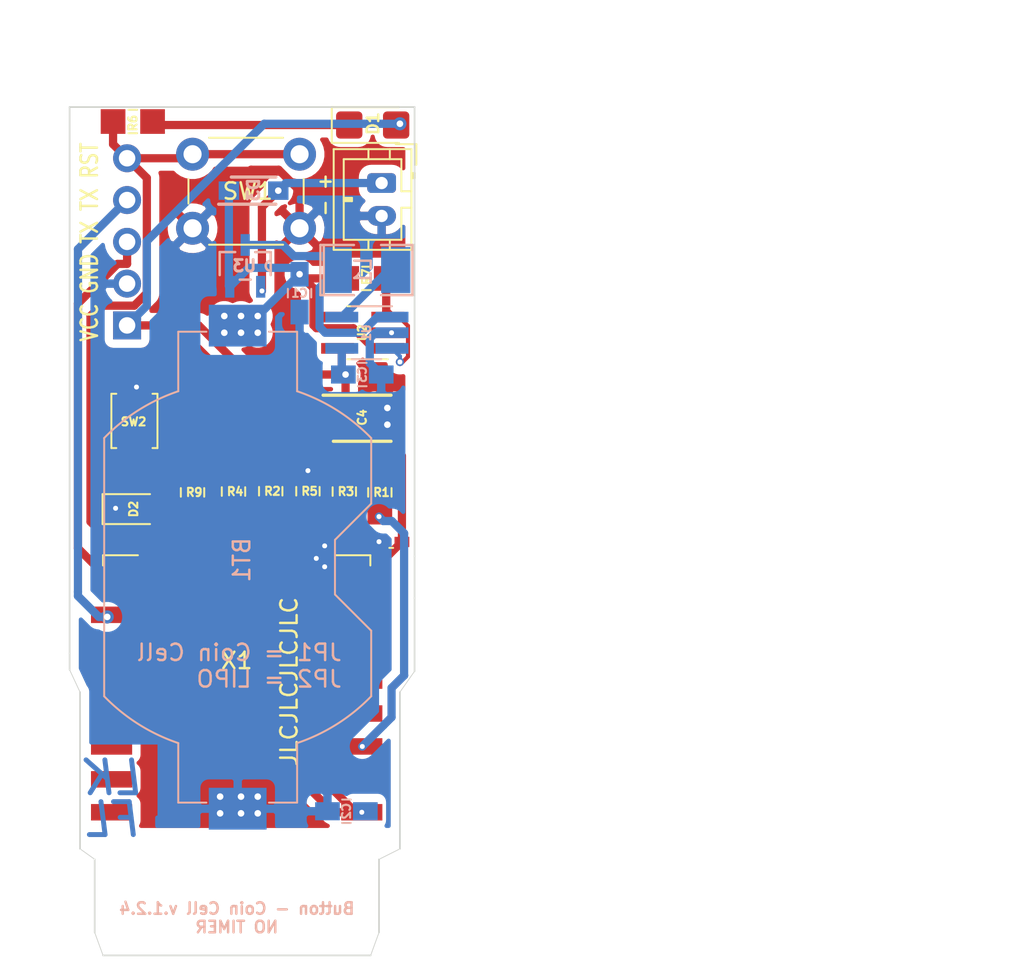
<source format=kicad_pcb>
(kicad_pcb (version 20171130) (host pcbnew "(5.1.9)-1")

  (general
    (thickness 1.6)
    (drawings 28)
    (tracks 172)
    (zones 0)
    (modules 26)
    (nets 18)
  )

  (page A4)
  (layers
    (0 F.Cu signal)
    (31 B.Cu signal)
    (32 B.Adhes user)
    (33 F.Adhes user)
    (34 B.Paste user)
    (35 F.Paste user)
    (36 B.SilkS user)
    (37 F.SilkS user)
    (38 B.Mask user)
    (39 F.Mask user)
    (40 Dwgs.User user)
    (41 Cmts.User user)
    (42 Eco1.User user)
    (43 Eco2.User user)
    (44 Edge.Cuts user)
    (45 Margin user)
    (46 B.CrtYd user hide)
    (47 F.CrtYd user)
    (48 B.Fab user hide)
    (49 F.Fab user)
  )

  (setup
    (last_trace_width 0.5)
    (user_trace_width 0.2)
    (user_trace_width 0.5)
    (trace_clearance 0.1)
    (zone_clearance 0.508)
    (zone_45_only no)
    (trace_min 0.2)
    (via_size 0.8)
    (via_drill 0.4)
    (via_min_size 0.4)
    (via_min_drill 0.3)
    (user_via 0.5 0.3)
    (uvia_size 0.3)
    (uvia_drill 0.1)
    (uvias_allowed no)
    (uvia_min_size 0.2)
    (uvia_min_drill 0.1)
    (edge_width 0.05)
    (segment_width 0.2)
    (pcb_text_width 0.3)
    (pcb_text_size 1.5 1.5)
    (mod_edge_width 0.12)
    (mod_text_size 1 1)
    (mod_text_width 0.15)
    (pad_size 1.524 1.524)
    (pad_drill 0.762)
    (pad_to_mask_clearance 0.051)
    (solder_mask_min_width 0.25)
    (aux_axis_origin 0 0)
    (visible_elements 7FFFFFFF)
    (pcbplotparams
      (layerselection 0x010fc_ffffffff)
      (usegerberextensions false)
      (usegerberattributes false)
      (usegerberadvancedattributes true)
      (creategerberjobfile false)
      (excludeedgelayer true)
      (linewidth 0.150000)
      (plotframeref false)
      (viasonmask false)
      (mode 1)
      (useauxorigin true)
      (hpglpennumber 1)
      (hpglpenspeed 20)
      (hpglpendiameter 15.000000)
      (psnegative false)
      (psa4output false)
      (plotreference true)
      (plotvalue true)
      (plotinvisibletext false)
      (padsonsilk false)
      (subtractmaskfromsilk false)
      (outputformat 1)
      (mirror false)
      (drillshape 0)
      (scaleselection 1)
      (outputdirectory "Gerber/"))
  )

  (net 0 "")
  (net 1 /VCC)
  (net 2 /GND)
  (net 3 /RST)
  (net 4 /RX)
  (net 5 /TX)
  (net 6 /EN)
  (net 7 /GPIO2)
  (net 8 /GPIO0)
  (net 9 "Net-(BT1-Pad1)")
  (net 10 "Net-(L1-Pad2)")
  (net 11 /GPIO15)
  (net 12 "Net-(R7-Pad2)")
  (net 13 "Net-(D2-Pad2)")
  (net 14 /GPIO5)
  (net 15 "Net-(D1-Pad1)")
  (net 16 "Net-(BT2-Pad1)")
  (net 17 "Net-(L1-Pad1)")

  (net_class Default "This is the default net class."
    (clearance 0.1)
    (trace_width 0.25)
    (via_dia 0.8)
    (via_drill 0.4)
    (uvia_dia 0.3)
    (uvia_drill 0.1)
    (add_net /EN)
    (add_net /GND)
    (add_net /GPIO0)
    (add_net /GPIO15)
    (add_net /GPIO2)
    (add_net /GPIO5)
    (add_net /RST)
    (add_net /RX)
    (add_net /TX)
    (add_net /VCC)
    (add_net "Net-(BT1-Pad1)")
    (add_net "Net-(BT2-Pad1)")
    (add_net "Net-(D1-Pad1)")
    (add_net "Net-(D2-Pad2)")
    (add_net "Net-(L1-Pad1)")
    (add_net "Net-(L1-Pad2)")
    (add_net "Net-(R7-Pad2)")
  )

  (module SamacSys_Parts:SOT95P280X130-3N (layer B.Cu) (tedit 6038E6C9) (tstamp 60393D22)
    (at 126.238 60.452 90)
    (descr SOT95P280X130-3N)
    (tags "Undefined or Miscellaneous")
    (path /60392835)
    (attr smd)
    (fp_text reference U3 (at 0 -0.05 180) (layer B.SilkS)
      (effects (font (size 0.7 0.7) (thickness 0.175)) (justify mirror))
    )
    (fp_text value TSM2323CX (at -3.4544 2.54 270) (layer B.SilkS) hide
      (effects (font (size 1.27 1.27) (thickness 0.254)) (justify mirror))
    )
    (fp_arc (start 0 1.5494) (end 0.3048 1.5494) (angle -180) (layer B.SilkS) (width 0.1524))
    (fp_text user %R (at -3.4544 2.54 270) (layer B.Fab)
      (effects (font (size 1.27 1.27) (thickness 0.254)) (justify mirror))
    )
    (fp_line (start -0.8382 0.3302) (end -0.8382 -0.3302) (layer B.SilkS) (width 0.1524))
    (fp_line (start -0.3048 1.5494) (end -0.5588 1.5494) (layer B.SilkS) (width 0.1524))
    (fp_line (start 0.3048 1.5494) (end -0.3048 1.5494) (layer B.SilkS) (width 0.1524))
    (fp_line (start 0.8382 1.5494) (end 0.3048 1.5494) (layer B.SilkS) (width 0.1524))
    (fp_line (start 0.8382 -1.5494) (end 0.8382 -0.6096) (layer B.SilkS) (width 0.1524))
    (fp_line (start -0.5588 -1.5494) (end 0.8382 -1.5494) (layer B.SilkS) (width 0.1524))
    (fp_line (start 0.8382 0.6096) (end 0.8382 1.5494) (layer B.SilkS) (width 0.1524))
    (pad 3 smd rect (at 1.27 0) (size 0.5588 1.3208) (layers B.Cu B.Paste B.Mask)
      (net 17 "Net-(L1-Pad1)"))
    (pad 2 smd rect (at -1.27 -0.9398) (size 0.5588 1.3208) (layers B.Cu B.Paste B.Mask)
      (net 9 "Net-(BT1-Pad1)"))
    (pad 1 smd rect (at -1.27 0.9398) (size 0.5588 1.3208) (layers B.Cu B.Paste B.Mask)
      (net 16 "Net-(BT2-Pad1)"))
    (model ${KISYS3DMOD}/Package_TO_SOT_SMD.3dshapes/SOT-23.step
      (at (xyz 0 0 0))
      (scale (xyz 1 1 1))
      (rotate (xyz 0 0 0))
    )
  )

  (module SamacSys_Parts:SODFL3616X98N (layer B.Cu) (tedit 6038E309) (tstamp 60393B20)
    (at 126.746 55.88)
    (descr "SOD-123FL CASE498 ISSUE D")
    (tags "Schottky Diode")
    (path /60391AED)
    (attr smd)
    (fp_text reference D3 (at 0 -0.05 90) (layer B.SilkS)
      (effects (font (size 0.7 0.7) (thickness 0.175)) (justify mirror))
    )
    (fp_text value MBR120VLSFT3G (at -13.208 0.508 90) (layer B.SilkS) hide
      (effects (font (size 1.27 1.27) (thickness 0.254)) (justify mirror))
    )
    (fp_text user %R (at 0 0) (layer B.Fab)
      (effects (font (size 1.27 1.27) (thickness 0.254)) (justify mirror))
    )
    (fp_line (start -1.35 -0.825) (end 1.35 -0.825) (layer B.SilkS) (width 0.2))
    (fp_line (start -2.12 0.825) (end 1.35 0.825) (layer B.SilkS) (width 0.2))
    (fp_line (start -1.35 0.205) (end -0.73 0.825) (layer B.Fab) (width 0.1))
    (fp_line (start -1.35 -0.825) (end -1.35 0.825) (layer B.Fab) (width 0.1))
    (fp_line (start 1.35 -0.825) (end -1.35 -0.825) (layer B.Fab) (width 0.1))
    (fp_line (start 1.35 0.825) (end 1.35 -0.825) (layer B.Fab) (width 0.1))
    (fp_line (start -1.35 0.825) (end 1.35 0.825) (layer B.Fab) (width 0.1))
    (fp_line (start -2.27 -1.05) (end -2.27 1.05) (layer B.CrtYd) (width 0.05))
    (fp_line (start 2.27 -1.05) (end -2.27 -1.05) (layer B.CrtYd) (width 0.05))
    (fp_line (start 2.27 1.05) (end 2.27 -1.05) (layer B.CrtYd) (width 0.05))
    (fp_line (start -2.27 1.05) (end 2.27 1.05) (layer B.CrtYd) (width 0.05))
    (pad 2 smd rect (at 1.5 0 270) (size 1.12 1.24) (layers B.Cu B.Paste B.Mask)
      (net 16 "Net-(BT2-Pad1)"))
    (pad 1 smd rect (at -1.5 0 270) (size 1.12 1.24) (layers B.Cu B.Paste B.Mask)
      (net 9 "Net-(BT1-Pad1)"))
    (model "C:\\Program Files\\KiCad\\SamacSys_Parts.3dshapes\\MBR120VLSFT3G.stp"
      (at (xyz 0 0 0))
      (scale (xyz 1 1 1))
      (rotate (xyz 0 0 0))
    )
  )

  (module SamacSys_Parts:CAPPM3528X210N (layer F.Cu) (tedit 60364A5B) (tstamp 60368A9A)
    (at 133.34492 69.71284)
    (descr T495B-10)
    (tags "Capacitor Polarised")
    (path /603640CA)
    (attr smd)
    (fp_text reference C4 (at 0 -0.05 270) (layer F.SilkS)
      (effects (font (size 0.5 0.5) (thickness 0.125)))
    )
    (fp_text value TAJB476M010TNJ (at 0 0 180) (layer F.SilkS) hide
      (effects (font (size 1.27 1.27) (thickness 0.254)))
    )
    (fp_text user %R (at 0 0 180) (layer F.Fab)
      (effects (font (size 1.27 1.27) (thickness 0.254)))
    )
    (fp_line (start -1.75 1.4) (end 1.75 1.4) (layer F.SilkS) (width 0.2))
    (fp_line (start 1.75 -1.4) (end -2.375 -1.4) (layer F.SilkS) (width 0.2))
    (fp_line (start -1.75 -0.575) (end -0.925 -1.4) (layer F.Fab) (width 0.1))
    (fp_line (start -1.75 1.4) (end -1.75 -1.4) (layer F.Fab) (width 0.1))
    (fp_line (start 1.75 1.4) (end -1.75 1.4) (layer F.Fab) (width 0.1))
    (fp_line (start 1.75 -1.4) (end 1.75 1.4) (layer F.Fab) (width 0.1))
    (fp_line (start -1.75 -1.4) (end 1.75 -1.4) (layer F.Fab) (width 0.1))
    (fp_line (start -2.625 1.75) (end -2.625 -1.75) (layer F.CrtYd) (width 0.05))
    (fp_line (start 2.625 1.75) (end -2.625 1.75) (layer F.CrtYd) (width 0.05))
    (fp_line (start 2.625 -1.75) (end 2.625 1.75) (layer F.CrtYd) (width 0.05))
    (fp_line (start -2.625 -1.75) (end 2.625 -1.75) (layer F.CrtYd) (width 0.05))
    (pad 2 smd rect (at 1.55 0) (size 1.65 2.25) (layers F.Cu F.Paste F.Mask)
      (net 2 /GND))
    (pad 1 smd rect (at -1.55 0) (size 1.65 2.25) (layers F.Cu F.Paste F.Mask)
      (net 1 /VCC))
    (model "C:\\Program Files\\KiCad\\SamacSys_Parts.3dshapes\\T495B476K006ATE450.stp"
      (at (xyz 0 0 0))
      (scale (xyz 1 1 1))
      (rotate (xyz 0 0 0))
    )
  )

  (module handsolder:C_0805_2012handsodermod (layer B.Cu) (tedit 603591CC) (tstamp 603267C3)
    (at 129.54 62.11 90)
    (descr "Capacitor SMD 0805 (2012 Metric), square (rectangular) end terminal, IPC_7351 nominal with elongated pad for handsoldering. (Body size source: https://docs.google.com/spreadsheets/d/1BsfQQcO9C6DZCsRaXUlFlo91Tg2WpOkGARC1WS5S8t0/edit?usp=sharing), generated with kicad-footprint-generator")
    (tags "capacitor handsolder")
    (path /602D0C1F)
    (attr smd)
    (fp_text reference C1 (at 0 0 180) (layer B.SilkS)
      (effects (font (size 0.5 0.5) (thickness 0.125)) (justify mirror))
    )
    (fp_text value 10uF (at 0 -1.65 90) (layer B.Fab) hide
      (effects (font (size 1 1) (thickness 0.15)) (justify mirror))
    )
    (fp_line (start -1 -0.6) (end -1 0.6) (layer B.Fab) (width 0.1))
    (fp_line (start -1 0.6) (end 1 0.6) (layer B.Fab) (width 0.1))
    (fp_line (start 1 0.6) (end 1 -0.6) (layer B.Fab) (width 0.1))
    (fp_line (start 1 -0.6) (end -1 -0.6) (layer B.Fab) (width 0.1))
    (fp_line (start -0.261252 0.71) (end 0.261252 0.71) (layer B.SilkS) (width 0.12))
    (fp_line (start -0.261252 -0.71) (end 0.261252 -0.71) (layer B.SilkS) (width 0.12))
    (fp_line (start -2 -0.95) (end -2 0.95) (layer B.CrtYd) (width 0.05))
    (fp_line (start -2 0.95) (end 2.05 0.95) (layer B.CrtYd) (width 0.05))
    (fp_line (start 2.05 0.95) (end 2.05 -0.95) (layer B.CrtYd) (width 0.05))
    (fp_line (start 2.05 -0.95) (end -2 -0.95) (layer B.CrtYd) (width 0.05))
    (fp_text user %R (at 0 0 90) (layer B.Fab)
      (effects (font (size 0.5 0.5) (thickness 0.08)) (justify mirror))
    )
    (pad 2 smd rect (at 1.15 0 90) (size 1.5 1.1) (layers B.Cu B.Paste B.Mask)
      (net 9 "Net-(BT1-Pad1)"))
    (pad 1 smd rect (at -1.15 0 90) (size 1.5 1.1) (layers B.Cu B.Paste B.Mask)
      (net 2 /GND))
    (model ${KISYS3DMOD}/Capacitor_SMD.3dshapes/C_0805_2012Metric.wrl
      (at (xyz 0 0 0))
      (scale (xyz 1 1 1))
      (rotate (xyz 0 0 0))
    )
  )

  (module handsolder:LED_0805_2012Metric_Castellated_mod (layer F.Cu) (tedit 60359125) (tstamp 6032680B)
    (at 119.4562 75.2348)
    (descr "LED SMD 0805 (2012 Metric), castellated end terminal, IPC_7351 nominal, (Body size source: https://docs.google.com/spreadsheets/d/1BsfQQcO9C6DZCsRaXUlFlo91Tg2WpOkGARC1WS5S8t0/edit?usp=sharing), generated with kicad-footprint-generator")
    (tags "LED castellated")
    (path /6032747F)
    (attr smd)
    (fp_text reference D2 (at 0 0 90) (layer F.SilkS)
      (effects (font (size 0.5 0.5) (thickness 0.125)))
    )
    (fp_text value LED (at 0 1.6 -180) (layer F.Fab)
      (effects (font (size 1 1) (thickness 0.15)))
    )
    (fp_text user %R (at 0 0 -180) (layer F.Fab)
      (effects (font (size 0.5 0.5) (thickness 0.08)))
    )
    (fp_line (start 1.88 0.9) (end -1.88 0.9) (layer F.CrtYd) (width 0.05))
    (fp_line (start 1.88 -0.9) (end 1.88 0.9) (layer F.CrtYd) (width 0.05))
    (fp_line (start -1.88 -0.9) (end 1.88 -0.9) (layer F.CrtYd) (width 0.05))
    (fp_line (start -1.88 0.9) (end -1.88 -0.9) (layer F.CrtYd) (width 0.05))
    (fp_line (start -1.885 0.91) (end 1 0.91) (layer F.SilkS) (width 0.12))
    (fp_line (start -1.885 -0.91) (end -1.885 0.91) (layer F.SilkS) (width 0.12))
    (fp_line (start 1 -0.91) (end -1.885 -0.91) (layer F.SilkS) (width 0.12))
    (fp_line (start 1 0.6) (end 1 -0.6) (layer F.Fab) (width 0.1))
    (fp_line (start -1 0.6) (end 1 0.6) (layer F.Fab) (width 0.1))
    (fp_line (start -1 -0.3) (end -1 0.6) (layer F.Fab) (width 0.1))
    (fp_line (start -0.7 -0.6) (end -1 -0.3) (layer F.Fab) (width 0.1))
    (fp_line (start 1 -0.6) (end -0.7 -0.6) (layer F.Fab) (width 0.1))
    (pad 2 smd roundrect (at 0.9625 0) (size 1.325 1.3) (layers F.Cu F.Paste F.Mask) (roundrect_rratio 0.1923076923076923)
      (net 13 "Net-(D2-Pad2)"))
    (pad 1 smd roundrect (at -0.9625 0) (size 1.325 1.3) (layers F.Cu F.Paste F.Mask) (roundrect_rratio 0.1923076923076923)
      (net 2 /GND))
    (model ${KISYS3DMOD}/LED_SMD.3dshapes/LED_0805_2012Metric_Castellated.wrl
      (at (xyz 0 0 0))
      (scale (xyz 1 1 1))
      (rotate (xyz 0 0 0))
    )
  )

  (module handsolder:SMD-1210_Pol_inductor (layer B.Cu) (tedit 6037CDBB) (tstamp 60326859)
    (at 133.604 60.706)
    (tags "CMS SM")
    (path /602E234D)
    (attr smd)
    (fp_text reference L1 (at -0.19812 0.0762 90) (layer B.SilkS)
      (effects (font (size 1 1) (thickness 0.15)) (justify mirror))
    )
    (fp_text value "4.7 uH" (at 0 -0.762 180) (layer B.Fab)
      (effects (font (size 1 1) (thickness 0.15)) (justify mirror))
    )
    (fp_line (start -2.794 1.524) (end -2.794 -1.524) (layer B.SilkS) (width 0.15))
    (fp_line (start 0.889 -1.524) (end 2.794 -1.524) (layer B.SilkS) (width 0.15))
    (fp_line (start 2.794 -1.524) (end 2.794 1.524) (layer B.SilkS) (width 0.15))
    (fp_line (start 2.794 1.524) (end 0.889 1.524) (layer B.SilkS) (width 0.15))
    (fp_line (start -0.762 1.524) (end -2.794 1.524) (layer B.SilkS) (width 0.15))
    (fp_line (start -2.594 1.524) (end -2.594 -1.524) (layer B.SilkS) (width 0.15))
    (fp_line (start -2.794 -1.524) (end -0.762 -1.524) (layer B.SilkS) (width 0.15))
    (pad 1 smd rect (at -1.778 0) (size 1.778 2.794) (layers B.Cu B.Paste B.Mask)
      (net 17 "Net-(L1-Pad1)") (zone_connect 2))
    (pad 2 smd rect (at 1.778 0) (size 1.778 2.794) (layers B.Cu B.Paste B.Mask)
      (net 10 "Net-(L1-Pad2)"))
    (model SMD_Packages.3dshapes/SMD-1210_Pol.wrl
      (at (xyz 0 0 0))
      (scale (xyz 0.2 0.2 0.2))
      (rotate (xyz 0 0 0))
    )
    (model ${KISYS3DMOD}/Inductor_SMD.3dshapes/L_1206_3216Metric.step
      (at (xyz 0 0 0))
      (scale (xyz 1 1 1))
      (rotate (xyz 0 0 0))
    )
    (model ${KISYS3DMOD}/Inductor_SMD.3dshapes/L_1210_3225Metric.step
      (at (xyz 0 0 0))
      (scale (xyz 1 1 1))
      (rotate (xyz 0 0 0))
    )
  )

  (module handsolder:C_0402_1005Metric_Pad0.74x0.62mm_HandSoldermod (layer F.Cu) (tedit 6036714F) (tstamp 6036CEF3)
    (at 135.10768 77.23124 180)
    (descr "Capacitor SMD 0402 (1005 Metric), square (rectangular) end terminal, IPC_7351 nominal with elongated pad for handsoldering. (Body size source: IPC-SM-782 page 76, https://www.pcb-3d.com/wordpress/wp-content/uploads/ipc-sm-782a_amendment_1_and_2.pdf), generated with kicad-footprint-generator")
    (tags "capacitor handsolder")
    (path /60368135)
    (attr smd)
    (fp_text reference C5 (at 0 0) (layer F.SilkS) hide
      (effects (font (size 0.5 0.5) (thickness 0.125)))
    )
    (fp_text value 100nF (at 0 1.16) (layer F.Fab)
      (effects (font (size 1 1) (thickness 0.15)))
    )
    (fp_line (start -0.5 0.25) (end -0.5 -0.25) (layer F.Fab) (width 0.1))
    (fp_line (start -0.5 -0.25) (end 0.5 -0.25) (layer F.Fab) (width 0.1))
    (fp_line (start 0.5 -0.25) (end 0.5 0.25) (layer F.Fab) (width 0.1))
    (fp_line (start 0.5 0.25) (end -0.5 0.25) (layer F.Fab) (width 0.1))
    (fp_line (start -0.115835 -0.36) (end 0.115835 -0.36) (layer F.SilkS) (width 0.12))
    (fp_line (start -1.08 0.46) (end -1.08 -0.46) (layer F.CrtYd) (width 0.05))
    (fp_line (start -1.08 -0.46) (end 1.08 -0.46) (layer F.CrtYd) (width 0.05))
    (fp_line (start 1.08 -0.46) (end 1.08 0.46) (layer F.CrtYd) (width 0.05))
    (fp_line (start 1.08 0.46) (end -1.08 0.46) (layer F.CrtYd) (width 0.05))
    (fp_text user %R (at 0 0) (layer F.Fab)
      (effects (font (size 0.25 0.25) (thickness 0.04)))
    )
    (pad 2 smd rect (at 0.65 0 180) (size 0.9 0.62) (layers F.Cu F.Paste F.Mask)
      (net 2 /GND))
    (pad 1 smd rect (at -0.65 0 180) (size 0.9 0.62) (layers F.Cu F.Paste F.Mask)
      (net 1 /VCC))
    (model ${KISYS3DMOD}/Capacitor_SMD.3dshapes/C_0402_1005Metric.wrl
      (at (xyz 0 0 0))
      (scale (xyz 1 1 1))
      (rotate (xyz 0 0 0))
    )
  )

  (module handsolder:C_0805_2012handsodermod (layer B.Cu) (tedit 603591CC) (tstamp 603267E5)
    (at 133.35 67.056)
    (descr "Capacitor SMD 0805 (2012 Metric), square (rectangular) end terminal, IPC_7351 nominal with elongated pad for handsoldering. (Body size source: https://docs.google.com/spreadsheets/d/1BsfQQcO9C6DZCsRaXUlFlo91Tg2WpOkGARC1WS5S8t0/edit?usp=sharing), generated with kicad-footprint-generator")
    (tags "capacitor handsolder")
    (path /602E3D4A)
    (attr smd)
    (fp_text reference C3 (at 0 0 270) (layer B.SilkS)
      (effects (font (size 0.5 0.5) (thickness 0.125)) (justify mirror))
    )
    (fp_text value 10uF (at 0 -1.65) (layer B.Fab) hide
      (effects (font (size 1 1) (thickness 0.15)) (justify mirror))
    )
    (fp_line (start -1 -0.6) (end -1 0.6) (layer B.Fab) (width 0.1))
    (fp_line (start -1 0.6) (end 1 0.6) (layer B.Fab) (width 0.1))
    (fp_line (start 1 0.6) (end 1 -0.6) (layer B.Fab) (width 0.1))
    (fp_line (start 1 -0.6) (end -1 -0.6) (layer B.Fab) (width 0.1))
    (fp_line (start -0.261252 0.71) (end 0.261252 0.71) (layer B.SilkS) (width 0.12))
    (fp_line (start -0.261252 -0.71) (end 0.261252 -0.71) (layer B.SilkS) (width 0.12))
    (fp_line (start -2 -0.95) (end -2 0.95) (layer B.CrtYd) (width 0.05))
    (fp_line (start -2 0.95) (end 2.05 0.95) (layer B.CrtYd) (width 0.05))
    (fp_line (start 2.05 0.95) (end 2.05 -0.95) (layer B.CrtYd) (width 0.05))
    (fp_line (start 2.05 -0.95) (end -2 -0.95) (layer B.CrtYd) (width 0.05))
    (fp_text user %R (at 0 0) (layer B.Fab)
      (effects (font (size 0.5 0.5) (thickness 0.08)) (justify mirror))
    )
    (pad 2 smd rect (at 1.15 0) (size 1.5 1.1) (layers B.Cu B.Paste B.Mask)
      (net 2 /GND))
    (pad 1 smd rect (at -1.15 0) (size 1.5 1.1) (layers B.Cu B.Paste B.Mask)
      (net 1 /VCC))
    (model ${KISYS3DMOD}/Capacitor_SMD.3dshapes/C_0805_2012Metric.wrl
      (at (xyz 0 0 0))
      (scale (xyz 1 1 1))
      (rotate (xyz 0 0 0))
    )
  )

  (module handsolder:C_0805_2012handsodermod (layer B.Cu) (tedit 603591CC) (tstamp 603267D4)
    (at 132.3848 93.599)
    (descr "Capacitor SMD 0805 (2012 Metric), square (rectangular) end terminal, IPC_7351 nominal with elongated pad for handsoldering. (Body size source: https://docs.google.com/spreadsheets/d/1BsfQQcO9C6DZCsRaXUlFlo91Tg2WpOkGARC1WS5S8t0/edit?usp=sharing), generated with kicad-footprint-generator")
    (tags "capacitor handsolder")
    (path /602C896A)
    (attr smd)
    (fp_text reference C2 (at 0 0 -90) (layer B.SilkS)
      (effects (font (size 0.5 0.5) (thickness 0.125)) (justify mirror))
    )
    (fp_text value 100nF (at 0 -1.65) (layer B.Fab) hide
      (effects (font (size 1 1) (thickness 0.15)) (justify mirror))
    )
    (fp_line (start -1 -0.6) (end -1 0.6) (layer B.Fab) (width 0.1))
    (fp_line (start -1 0.6) (end 1 0.6) (layer B.Fab) (width 0.1))
    (fp_line (start 1 0.6) (end 1 -0.6) (layer B.Fab) (width 0.1))
    (fp_line (start 1 -0.6) (end -1 -0.6) (layer B.Fab) (width 0.1))
    (fp_line (start -0.261252 0.71) (end 0.261252 0.71) (layer B.SilkS) (width 0.12))
    (fp_line (start -0.261252 -0.71) (end 0.261252 -0.71) (layer B.SilkS) (width 0.12))
    (fp_line (start -2 -0.95) (end -2 0.95) (layer B.CrtYd) (width 0.05))
    (fp_line (start -2 0.95) (end 2.05 0.95) (layer B.CrtYd) (width 0.05))
    (fp_line (start 2.05 0.95) (end 2.05 -0.95) (layer B.CrtYd) (width 0.05))
    (fp_line (start 2.05 -0.95) (end -2 -0.95) (layer B.CrtYd) (width 0.05))
    (fp_text user %R (at 0 0) (layer B.Fab)
      (effects (font (size 0.5 0.5) (thickness 0.08)) (justify mirror))
    )
    (pad 2 smd rect (at 1.15 0) (size 1.5 1.1) (layers B.Cu B.Paste B.Mask)
      (net 3 /RST))
    (pad 1 smd rect (at -1.15 0) (size 1.5 1.1) (layers B.Cu B.Paste B.Mask)
      (net 2 /GND))
    (model ${KISYS3DMOD}/Capacitor_SMD.3dshapes/C_0805_2012Metric.wrl
      (at (xyz 0 0 0))
      (scale (xyz 1 1 1))
      (rotate (xyz 0 0 0))
    )
  )

  (module handsolder:SOT-23-5_HandSolderingmod (layer B.Cu) (tedit 6035922E) (tstamp 60329F06)
    (at 133.604 64.516 180)
    (descr "5-pin SOT23 package")
    (tags "SOT-23-5 hand-soldering")
    (path /6033543B)
    (attr smd)
    (fp_text reference U1 (at 0 0 90) (layer B.SilkS)
      (effects (font (size 0.5 0.5) (thickness 0.125)) (justify mirror))
    )
    (fp_text value TPS61097A (at 10.287 -1.143) (layer B.SilkS) hide
      (effects (font (size 1 1) (thickness 0.15)) (justify mirror))
    )
    (fp_line (start -0.9 -1.61) (end 0.9 -1.61) (layer B.SilkS) (width 0.12))
    (fp_line (start 0.9 1.61) (end -1.55 1.61) (layer B.SilkS) (width 0.12))
    (fp_line (start -0.9 0.9) (end -0.25 1.55) (layer B.Fab) (width 0.1))
    (fp_line (start 0.9 1.55) (end -0.25 1.55) (layer B.Fab) (width 0.1))
    (fp_line (start -0.9 0.9) (end -0.9 -1.55) (layer B.Fab) (width 0.1))
    (fp_line (start 0.9 -1.55) (end -0.9 -1.55) (layer B.Fab) (width 0.1))
    (fp_line (start 0.9 1.55) (end 0.9 -1.55) (layer B.Fab) (width 0.1))
    (fp_line (start -2.38 1.8) (end 2.38 1.8) (layer B.CrtYd) (width 0.05))
    (fp_line (start -2.38 1.8) (end -2.38 -1.8) (layer B.CrtYd) (width 0.05))
    (fp_line (start 2.38 -1.8) (end 2.38 1.8) (layer B.CrtYd) (width 0.05))
    (fp_line (start 2.38 -1.8) (end -2.38 -1.8) (layer B.CrtYd) (width 0.05))
    (fp_text user %R (at 0 0 90) (layer B.Fab)
      (effects (font (size 0.5 0.5) (thickness 0.075)) (justify mirror))
    )
    (pad 5 smd rect (at 1.5 0.95 180) (size 2 0.65) (layers B.Cu B.Paste B.Mask)
      (net 10 "Net-(L1-Pad2)"))
    (pad 4 smd rect (at 1.5 -0.95 180) (size 2 0.65) (layers B.Cu B.Paste B.Mask)
      (net 1 /VCC))
    (pad 3 smd rect (at -1.55 -0.95 180) (size 2 0.65) (layers B.Cu B.Paste B.Mask)
      (net 12 "Net-(R7-Pad2)"))
    (pad 2 smd trapezoid (at -1.55 0 180) (size 2 0.65) (layers B.Cu B.Paste B.Mask)
      (net 2 /GND))
    (pad 1 smd rect (at -1.55 0.95 180) (size 2 0.65) (layers B.Cu B.Paste B.Mask)
      (net 17 "Net-(L1-Pad1)"))
    (model ${KISYS3DMOD}/Package_TO_SOT_SMD.3dshapes/SOT-23-5.wrl
      (at (xyz 0 0 0))
      (scale (xyz 1 1 1))
      (rotate (xyz 0 0 0))
    )
  )

  (module handsolder:SOT-23-5_HandSolderingmod (layer F.Cu) (tedit 6035922E) (tstamp 60326955)
    (at 133.35 64.516 180)
    (descr "5-pin SOT23 package")
    (tags "SOT-23-5 hand-soldering")
    (path /602F5FBE)
    (attr smd)
    (fp_text reference U2 (at 0 0 270) (layer F.SilkS)
      (effects (font (size 0.5 0.5) (thickness 0.125)))
    )
    (fp_text value AP2112K-3.3 (at 10.287 1.143 180) (layer F.SilkS) hide
      (effects (font (size 1 1) (thickness 0.15)))
    )
    (fp_line (start -0.9 1.61) (end 0.9 1.61) (layer F.SilkS) (width 0.12))
    (fp_line (start 0.9 -1.61) (end -1.55 -1.61) (layer F.SilkS) (width 0.12))
    (fp_line (start -0.9 -0.9) (end -0.25 -1.55) (layer F.Fab) (width 0.1))
    (fp_line (start 0.9 -1.55) (end -0.25 -1.55) (layer F.Fab) (width 0.1))
    (fp_line (start -0.9 -0.9) (end -0.9 1.55) (layer F.Fab) (width 0.1))
    (fp_line (start 0.9 1.55) (end -0.9 1.55) (layer F.Fab) (width 0.1))
    (fp_line (start 0.9 -1.55) (end 0.9 1.55) (layer F.Fab) (width 0.1))
    (fp_line (start -2.38 -1.8) (end 2.38 -1.8) (layer F.CrtYd) (width 0.05))
    (fp_line (start -2.38 -1.8) (end -2.38 1.8) (layer F.CrtYd) (width 0.05))
    (fp_line (start 2.38 1.8) (end 2.38 -1.8) (layer F.CrtYd) (width 0.05))
    (fp_line (start 2.38 1.8) (end -2.38 1.8) (layer F.CrtYd) (width 0.05))
    (fp_text user %R (at 0 0 90) (layer F.Fab)
      (effects (font (size 0.5 0.5) (thickness 0.075)))
    )
    (pad 5 smd rect (at 1.5 -0.95 180) (size 2 0.65) (layers F.Cu F.Paste F.Mask)
      (net 1 /VCC))
    (pad 4 smd rect (at 1.5 0.95 180) (size 2 0.65) (layers F.Cu F.Paste F.Mask))
    (pad 3 smd rect (at -1.55 0.95 180) (size 2 0.65) (layers F.Cu F.Paste F.Mask)
      (net 12 "Net-(R7-Pad2)"))
    (pad 2 smd trapezoid (at -1.55 0 180) (size 2 0.65) (layers F.Cu F.Paste F.Mask)
      (net 2 /GND))
    (pad 1 smd rect (at -1.55 -0.95 180) (size 2 0.65) (layers F.Cu F.Paste F.Mask)
      (net 9 "Net-(BT1-Pad1)"))
    (model ${KISYS3DMOD}/Package_TO_SOT_SMD.3dshapes/SOT-23-5.wrl
      (at (xyz 0 0 0))
      (scale (xyz 1 1 1))
      (rotate (xyz 0 0 0))
    )
  )

  (module handsolder:R_0805_2012handsoldermod (layer F.Cu) (tedit 60358F22) (tstamp 603268F2)
    (at 123.0376 74.2188 270)
    (descr "Resistor SMD 0805 (2012 Metric), square (rectangular) end terminal, IPC_7351 nominal with elongated pad for handsoldering. (Body size source: https://docs.google.com/spreadsheets/d/1BsfQQcO9C6DZCsRaXUlFlo91Tg2WpOkGARC1WS5S8t0/edit?usp=sharing), generated with kicad-footprint-generator")
    (tags "resistor handsolder")
    (path /60325E7B)
    (attr smd)
    (fp_text reference R9 (at 0 -0.1) (layer F.SilkS)
      (effects (font (size 0.5 0.5) (thickness 0.125)))
    )
    (fp_text value 1k (at 0 1.65 90) (layer F.Fab) hide
      (effects (font (size 1 1) (thickness 0.15)))
    )
    (fp_line (start -1 0.6) (end -1 -0.6) (layer F.Fab) (width 0.1))
    (fp_line (start -1 -0.6) (end 1 -0.6) (layer F.Fab) (width 0.1))
    (fp_line (start 1 -0.6) (end 1 0.6) (layer F.Fab) (width 0.1))
    (fp_line (start 1 0.6) (end -1 0.6) (layer F.Fab) (width 0.1))
    (fp_line (start -0.261252 -0.71) (end 0.261252 -0.71) (layer F.SilkS) (width 0.12))
    (fp_line (start -0.261252 0.71) (end 0.261252 0.71) (layer F.SilkS) (width 0.12))
    (fp_line (start -2.05 0.95) (end -2.05 -0.95) (layer F.CrtYd) (width 0.05))
    (fp_line (start -2.05 -0.95) (end 2.05 -0.95) (layer F.CrtYd) (width 0.05))
    (fp_line (start 2.05 -0.95) (end 2.05 0.95) (layer F.CrtYd) (width 0.05))
    (fp_line (start 2.05 0.95) (end -2.05 0.95) (layer F.CrtYd) (width 0.05))
    (fp_text user %R (at 0 0 90) (layer F.Fab)
      (effects (font (size 0.5 0.5) (thickness 0.08)))
    )
    (pad 2 smd rect (at 1.2 0 270) (size 1.5 1.5) (layers F.Cu F.Paste F.Mask)
      (net 14 /GPIO5))
    (pad 1 smd rect (at -1.2 0 270) (size 1.5 1.5) (layers F.Cu F.Paste F.Mask)
      (net 13 "Net-(D2-Pad2)"))
    (model ${KISYS3DMOD}/Resistor_SMD.3dshapes/R_0805_2012Metric.wrl
      (at (xyz 0 0 0))
      (scale (xyz 1 1 1))
      (rotate (xyz 0 0 0))
    )
  )

  (module handsolder:R_0805_2012handsoldermod (layer F.Cu) (tedit 60358F22) (tstamp 603268D0)
    (at 133.604 61.214)
    (descr "Resistor SMD 0805 (2012 Metric), square (rectangular) end terminal, IPC_7351 nominal with elongated pad for handsoldering. (Body size source: https://docs.google.com/spreadsheets/d/1BsfQQcO9C6DZCsRaXUlFlo91Tg2WpOkGARC1WS5S8t0/edit?usp=sharing), generated with kicad-footprint-generator")
    (tags "resistor handsolder")
    (path /602F7A06)
    (attr smd)
    (fp_text reference R7 (at 0 -0.1 90) (layer F.SilkS)
      (effects (font (size 0.5 0.5) (thickness 0.125)))
    )
    (fp_text value 10k (at 0 1.65) (layer F.Fab) hide
      (effects (font (size 1 1) (thickness 0.15)))
    )
    (fp_line (start -1 0.6) (end -1 -0.6) (layer F.Fab) (width 0.1))
    (fp_line (start -1 -0.6) (end 1 -0.6) (layer F.Fab) (width 0.1))
    (fp_line (start 1 -0.6) (end 1 0.6) (layer F.Fab) (width 0.1))
    (fp_line (start 1 0.6) (end -1 0.6) (layer F.Fab) (width 0.1))
    (fp_line (start -0.261252 -0.71) (end 0.261252 -0.71) (layer F.SilkS) (width 0.12))
    (fp_line (start -0.261252 0.71) (end 0.261252 0.71) (layer F.SilkS) (width 0.12))
    (fp_line (start -2.05 0.95) (end -2.05 -0.95) (layer F.CrtYd) (width 0.05))
    (fp_line (start -2.05 -0.95) (end 2.05 -0.95) (layer F.CrtYd) (width 0.05))
    (fp_line (start 2.05 -0.95) (end 2.05 0.95) (layer F.CrtYd) (width 0.05))
    (fp_line (start 2.05 0.95) (end -2.05 0.95) (layer F.CrtYd) (width 0.05))
    (fp_text user %R (at 0 0) (layer F.Fab)
      (effects (font (size 0.5 0.5) (thickness 0.08)))
    )
    (pad 2 smd rect (at 1.2 0) (size 1.5 1.5) (layers F.Cu F.Paste F.Mask)
      (net 12 "Net-(R7-Pad2)"))
    (pad 1 smd rect (at -1.2 0) (size 1.5 1.5) (layers F.Cu F.Paste F.Mask)
      (net 9 "Net-(BT1-Pad1)"))
    (model ${KISYS3DMOD}/Resistor_SMD.3dshapes/R_0805_2012Metric.wrl
      (at (xyz 0 0 0))
      (scale (xyz 1 1 1))
      (rotate (xyz 0 0 0))
    )
  )

  (module handsolder:R_0805_2012handsoldermod (layer F.Cu) (tedit 60358F22) (tstamp 603268BF)
    (at 119.41048 51.67884 180)
    (descr "Resistor SMD 0805 (2012 Metric), square (rectangular) end terminal, IPC_7351 nominal with elongated pad for handsoldering. (Body size source: https://docs.google.com/spreadsheets/d/1BsfQQcO9C6DZCsRaXUlFlo91Tg2WpOkGARC1WS5S8t0/edit?usp=sharing), generated with kicad-footprint-generator")
    (tags "resistor handsolder")
    (path /602D454A)
    (attr smd)
    (fp_text reference R6 (at 0 -0.1 90) (layer F.SilkS)
      (effects (font (size 0.5 0.5) (thickness 0.125)))
    )
    (fp_text value 1k (at 0 1.65) (layer F.Fab) hide
      (effects (font (size 1 1) (thickness 0.15)))
    )
    (fp_line (start -1 0.6) (end -1 -0.6) (layer F.Fab) (width 0.1))
    (fp_line (start -1 -0.6) (end 1 -0.6) (layer F.Fab) (width 0.1))
    (fp_line (start 1 -0.6) (end 1 0.6) (layer F.Fab) (width 0.1))
    (fp_line (start 1 0.6) (end -1 0.6) (layer F.Fab) (width 0.1))
    (fp_line (start -0.261252 -0.71) (end 0.261252 -0.71) (layer F.SilkS) (width 0.12))
    (fp_line (start -0.261252 0.71) (end 0.261252 0.71) (layer F.SilkS) (width 0.12))
    (fp_line (start -2.05 0.95) (end -2.05 -0.95) (layer F.CrtYd) (width 0.05))
    (fp_line (start -2.05 -0.95) (end 2.05 -0.95) (layer F.CrtYd) (width 0.05))
    (fp_line (start 2.05 -0.95) (end 2.05 0.95) (layer F.CrtYd) (width 0.05))
    (fp_line (start 2.05 0.95) (end -2.05 0.95) (layer F.CrtYd) (width 0.05))
    (fp_text user %R (at 0 0) (layer F.Fab)
      (effects (font (size 0.5 0.5) (thickness 0.08)))
    )
    (pad 2 smd rect (at 1.2 0 180) (size 1.5 1.5) (layers F.Cu F.Paste F.Mask)
      (net 3 /RST))
    (pad 1 smd rect (at -1.2 0 180) (size 1.5 1.5) (layers F.Cu F.Paste F.Mask)
      (net 15 "Net-(D1-Pad1)"))
    (model ${KISYS3DMOD}/Resistor_SMD.3dshapes/R_0805_2012Metric.wrl
      (at (xyz 0 0 0))
      (scale (xyz 1 1 1))
      (rotate (xyz 0 0 0))
    )
  )

  (module handsolder:R_0805_2012handsoldermod (layer F.Cu) (tedit 60358F22) (tstamp 603268AE)
    (at 130.048 74.1488 270)
    (descr "Resistor SMD 0805 (2012 Metric), square (rectangular) end terminal, IPC_7351 nominal with elongated pad for handsoldering. (Body size source: https://docs.google.com/spreadsheets/d/1BsfQQcO9C6DZCsRaXUlFlo91Tg2WpOkGARC1WS5S8t0/edit?usp=sharing), generated with kicad-footprint-generator")
    (tags "resistor handsolder")
    (path /602CA91E)
    (attr smd)
    (fp_text reference R5 (at 0 -0.1) (layer F.SilkS)
      (effects (font (size 0.5 0.5) (thickness 0.125)))
    )
    (fp_text value 4.7k (at 0 1.65 90) (layer F.Fab) hide
      (effects (font (size 1 1) (thickness 0.15)))
    )
    (fp_line (start -1 0.6) (end -1 -0.6) (layer F.Fab) (width 0.1))
    (fp_line (start -1 -0.6) (end 1 -0.6) (layer F.Fab) (width 0.1))
    (fp_line (start 1 -0.6) (end 1 0.6) (layer F.Fab) (width 0.1))
    (fp_line (start 1 0.6) (end -1 0.6) (layer F.Fab) (width 0.1))
    (fp_line (start -0.261252 -0.71) (end 0.261252 -0.71) (layer F.SilkS) (width 0.12))
    (fp_line (start -0.261252 0.71) (end 0.261252 0.71) (layer F.SilkS) (width 0.12))
    (fp_line (start -2.05 0.95) (end -2.05 -0.95) (layer F.CrtYd) (width 0.05))
    (fp_line (start -2.05 -0.95) (end 2.05 -0.95) (layer F.CrtYd) (width 0.05))
    (fp_line (start 2.05 -0.95) (end 2.05 0.95) (layer F.CrtYd) (width 0.05))
    (fp_line (start 2.05 0.95) (end -2.05 0.95) (layer F.CrtYd) (width 0.05))
    (fp_text user %R (at 0 0 90) (layer F.Fab)
      (effects (font (size 0.5 0.5) (thickness 0.08)))
    )
    (pad 2 smd rect (at 1.2 0 270) (size 1.5 1.5) (layers F.Cu F.Paste F.Mask)
      (net 11 /GPIO15))
    (pad 1 smd rect (at -1.2 0 270) (size 1.5 1.5) (layers F.Cu F.Paste F.Mask)
      (net 2 /GND))
    (model ${KISYS3DMOD}/Resistor_SMD.3dshapes/R_0805_2012Metric.wrl
      (at (xyz 0 0 0))
      (scale (xyz 1 1 1))
      (rotate (xyz 0 0 0))
    )
  )

  (module handsolder:R_0805_2012handsoldermod (layer F.Cu) (tedit 60358F22) (tstamp 6032689D)
    (at 125.5268 74.168 270)
    (descr "Resistor SMD 0805 (2012 Metric), square (rectangular) end terminal, IPC_7351 nominal with elongated pad for handsoldering. (Body size source: https://docs.google.com/spreadsheets/d/1BsfQQcO9C6DZCsRaXUlFlo91Tg2WpOkGARC1WS5S8t0/edit?usp=sharing), generated with kicad-footprint-generator")
    (tags "resistor handsolder")
    (path /602CA541)
    (attr smd)
    (fp_text reference R4 (at 0 -0.1) (layer F.SilkS)
      (effects (font (size 0.5 0.5) (thickness 0.125)))
    )
    (fp_text value 10k (at 0 1.65 90) (layer F.Fab) hide
      (effects (font (size 1 1) (thickness 0.15)))
    )
    (fp_line (start -1 0.6) (end -1 -0.6) (layer F.Fab) (width 0.1))
    (fp_line (start -1 -0.6) (end 1 -0.6) (layer F.Fab) (width 0.1))
    (fp_line (start 1 -0.6) (end 1 0.6) (layer F.Fab) (width 0.1))
    (fp_line (start 1 0.6) (end -1 0.6) (layer F.Fab) (width 0.1))
    (fp_line (start -0.261252 -0.71) (end 0.261252 -0.71) (layer F.SilkS) (width 0.12))
    (fp_line (start -0.261252 0.71) (end 0.261252 0.71) (layer F.SilkS) (width 0.12))
    (fp_line (start -2.05 0.95) (end -2.05 -0.95) (layer F.CrtYd) (width 0.05))
    (fp_line (start -2.05 -0.95) (end 2.05 -0.95) (layer F.CrtYd) (width 0.05))
    (fp_line (start 2.05 -0.95) (end 2.05 0.95) (layer F.CrtYd) (width 0.05))
    (fp_line (start 2.05 0.95) (end -2.05 0.95) (layer F.CrtYd) (width 0.05))
    (fp_text user %R (at 0 0 90) (layer F.Fab)
      (effects (font (size 0.5 0.5) (thickness 0.08)))
    )
    (pad 2 smd rect (at 1.2 0 270) (size 1.5 1.5) (layers F.Cu F.Paste F.Mask)
      (net 8 /GPIO0))
    (pad 1 smd rect (at -1.2 0 270) (size 1.5 1.5) (layers F.Cu F.Paste F.Mask)
      (net 1 /VCC))
    (model ${KISYS3DMOD}/Resistor_SMD.3dshapes/R_0805_2012Metric.wrl
      (at (xyz 0 0 0))
      (scale (xyz 1 1 1))
      (rotate (xyz 0 0 0))
    )
  )

  (module handsolder:R_0805_2012handsoldermod (layer F.Cu) (tedit 60358F22) (tstamp 6032688C)
    (at 132.2578 74.168 270)
    (descr "Resistor SMD 0805 (2012 Metric), square (rectangular) end terminal, IPC_7351 nominal with elongated pad for handsoldering. (Body size source: https://docs.google.com/spreadsheets/d/1BsfQQcO9C6DZCsRaXUlFlo91Tg2WpOkGARC1WS5S8t0/edit?usp=sharing), generated with kicad-footprint-generator")
    (tags "resistor handsolder")
    (path /602C7954)
    (attr smd)
    (fp_text reference R3 (at 0 -0.1) (layer F.SilkS)
      (effects (font (size 0.5 0.5) (thickness 0.125)))
    )
    (fp_text value 10k (at 0 1.65 90) (layer F.Fab) hide
      (effects (font (size 1 1) (thickness 0.15)))
    )
    (fp_line (start -1 0.6) (end -1 -0.6) (layer F.Fab) (width 0.1))
    (fp_line (start -1 -0.6) (end 1 -0.6) (layer F.Fab) (width 0.1))
    (fp_line (start 1 -0.6) (end 1 0.6) (layer F.Fab) (width 0.1))
    (fp_line (start 1 0.6) (end -1 0.6) (layer F.Fab) (width 0.1))
    (fp_line (start -0.261252 -0.71) (end 0.261252 -0.71) (layer F.SilkS) (width 0.12))
    (fp_line (start -0.261252 0.71) (end 0.261252 0.71) (layer F.SilkS) (width 0.12))
    (fp_line (start -2.05 0.95) (end -2.05 -0.95) (layer F.CrtYd) (width 0.05))
    (fp_line (start -2.05 -0.95) (end 2.05 -0.95) (layer F.CrtYd) (width 0.05))
    (fp_line (start 2.05 -0.95) (end 2.05 0.95) (layer F.CrtYd) (width 0.05))
    (fp_line (start 2.05 0.95) (end -2.05 0.95) (layer F.CrtYd) (width 0.05))
    (fp_text user %R (at 0 0 90) (layer F.Fab)
      (effects (font (size 0.5 0.5) (thickness 0.08)))
    )
    (pad 2 smd rect (at 1.2 0 270) (size 1.5 1.5) (layers F.Cu F.Paste F.Mask)
      (net 3 /RST))
    (pad 1 smd rect (at -1.2 0 270) (size 1.5 1.5) (layers F.Cu F.Paste F.Mask)
      (net 1 /VCC))
    (model ${KISYS3DMOD}/Resistor_SMD.3dshapes/R_0805_2012Metric.wrl
      (at (xyz 0 0 0))
      (scale (xyz 1 1 1))
      (rotate (xyz 0 0 0))
    )
  )

  (module handsolder:R_0805_2012handsoldermod (layer F.Cu) (tedit 60358F22) (tstamp 6032687B)
    (at 127.7874 74.1488 270)
    (descr "Resistor SMD 0805 (2012 Metric), square (rectangular) end terminal, IPC_7351 nominal with elongated pad for handsoldering. (Body size source: https://docs.google.com/spreadsheets/d/1BsfQQcO9C6DZCsRaXUlFlo91Tg2WpOkGARC1WS5S8t0/edit?usp=sharing), generated with kicad-footprint-generator")
    (tags "resistor handsolder")
    (path /602CC605)
    (attr smd)
    (fp_text reference R2 (at 0 -0.1) (layer F.SilkS)
      (effects (font (size 0.5 0.5) (thickness 0.125)))
    )
    (fp_text value 10k (at 0 1.65 90) (layer F.Fab) hide
      (effects (font (size 1 1) (thickness 0.15)))
    )
    (fp_line (start -1 0.6) (end -1 -0.6) (layer F.Fab) (width 0.1))
    (fp_line (start -1 -0.6) (end 1 -0.6) (layer F.Fab) (width 0.1))
    (fp_line (start 1 -0.6) (end 1 0.6) (layer F.Fab) (width 0.1))
    (fp_line (start 1 0.6) (end -1 0.6) (layer F.Fab) (width 0.1))
    (fp_line (start -0.261252 -0.71) (end 0.261252 -0.71) (layer F.SilkS) (width 0.12))
    (fp_line (start -0.261252 0.71) (end 0.261252 0.71) (layer F.SilkS) (width 0.12))
    (fp_line (start -2.05 0.95) (end -2.05 -0.95) (layer F.CrtYd) (width 0.05))
    (fp_line (start -2.05 -0.95) (end 2.05 -0.95) (layer F.CrtYd) (width 0.05))
    (fp_line (start 2.05 -0.95) (end 2.05 0.95) (layer F.CrtYd) (width 0.05))
    (fp_line (start 2.05 0.95) (end -2.05 0.95) (layer F.CrtYd) (width 0.05))
    (fp_text user %R (at 0 0 90) (layer F.Fab)
      (effects (font (size 0.5 0.5) (thickness 0.08)))
    )
    (pad 2 smd rect (at 1.2 0 270) (size 1.5 1.5) (layers F.Cu F.Paste F.Mask)
      (net 7 /GPIO2))
    (pad 1 smd rect (at -1.2 0 270) (size 1.5 1.5) (layers F.Cu F.Paste F.Mask)
      (net 1 /VCC))
    (model ${KISYS3DMOD}/Resistor_SMD.3dshapes/R_0805_2012Metric.wrl
      (at (xyz 0 0 0))
      (scale (xyz 1 1 1))
      (rotate (xyz 0 0 0))
    )
  )

  (module handsolder:R_0805_2012handsoldermod (layer F.Cu) (tedit 60358F22) (tstamp 6032686A)
    (at 134.4168 74.2188 270)
    (descr "Resistor SMD 0805 (2012 Metric), square (rectangular) end terminal, IPC_7351 nominal with elongated pad for handsoldering. (Body size source: https://docs.google.com/spreadsheets/d/1BsfQQcO9C6DZCsRaXUlFlo91Tg2WpOkGARC1WS5S8t0/edit?usp=sharing), generated with kicad-footprint-generator")
    (tags "resistor handsolder")
    (path /602C727C)
    (attr smd)
    (fp_text reference R1 (at 0 -0.1) (layer F.SilkS)
      (effects (font (size 0.5 0.5) (thickness 0.125)))
    )
    (fp_text value 10k (at 0 1.65 90) (layer F.Fab) hide
      (effects (font (size 1 1) (thickness 0.15)))
    )
    (fp_line (start -1 0.6) (end -1 -0.6) (layer F.Fab) (width 0.1))
    (fp_line (start -1 -0.6) (end 1 -0.6) (layer F.Fab) (width 0.1))
    (fp_line (start 1 -0.6) (end 1 0.6) (layer F.Fab) (width 0.1))
    (fp_line (start 1 0.6) (end -1 0.6) (layer F.Fab) (width 0.1))
    (fp_line (start -0.261252 -0.71) (end 0.261252 -0.71) (layer F.SilkS) (width 0.12))
    (fp_line (start -0.261252 0.71) (end 0.261252 0.71) (layer F.SilkS) (width 0.12))
    (fp_line (start -2.05 0.95) (end -2.05 -0.95) (layer F.CrtYd) (width 0.05))
    (fp_line (start -2.05 -0.95) (end 2.05 -0.95) (layer F.CrtYd) (width 0.05))
    (fp_line (start 2.05 -0.95) (end 2.05 0.95) (layer F.CrtYd) (width 0.05))
    (fp_line (start 2.05 0.95) (end -2.05 0.95) (layer F.CrtYd) (width 0.05))
    (fp_text user %R (at 0 0 90) (layer F.Fab)
      (effects (font (size 0.5 0.5) (thickness 0.08)))
    )
    (pad 2 smd rect (at 1.2 0 270) (size 1.5 1.5) (layers F.Cu F.Paste F.Mask)
      (net 6 /EN))
    (pad 1 smd rect (at -1.2 0 270) (size 1.5 1.5) (layers F.Cu F.Paste F.Mask)
      (net 1 /VCC))
    (model ${KISYS3DMOD}/Resistor_SMD.3dshapes/R_0805_2012Metric.wrl
      (at (xyz 0 0 0))
      (scale (xyz 1 1 1))
      (rotate (xyz 0 0 0))
    )
  )

  (module handsolder:SW_SPST_B3U-1000P_mod (layer F.Cu) (tedit 60353A91) (tstamp 6032692A)
    (at 119.507 69.8754 90)
    (descr "Ultra-small-sized Tactile Switch with High Contact Reliability, Top-actuated Model, without Ground Terminal, without Boss")
    (tags "Tactile Switch")
    (path /602CDBD4)
    (attr smd)
    (fp_text reference SW2 (at -0.05 -0.05) (layer F.SilkS)
      (effects (font (size 0.5 0.5) (thickness 0.125)))
    )
    (fp_text value SW_Push (at 0 2.5 90) (layer F.Fab)
      (effects (font (size 1 1) (thickness 0.15)))
    )
    (fp_circle (center 0 0) (end 0.75 0) (layer F.Fab) (width 0.1))
    (fp_line (start -1.5 1.25) (end -1.5 -1.25) (layer F.Fab) (width 0.1))
    (fp_line (start 1.5 1.25) (end -1.5 1.25) (layer F.Fab) (width 0.1))
    (fp_line (start 1.5 -1.25) (end 1.5 1.25) (layer F.Fab) (width 0.1))
    (fp_line (start -1.5 -1.25) (end 1.5 -1.25) (layer F.Fab) (width 0.1))
    (fp_line (start 1.65 -1.4) (end 1.65 -1.1) (layer F.SilkS) (width 0.12))
    (fp_line (start -1.65 -1.4) (end 1.65 -1.4) (layer F.SilkS) (width 0.12))
    (fp_line (start -1.65 -1.1) (end -1.65 -1.4) (layer F.SilkS) (width 0.12))
    (fp_line (start 1.65 1.4) (end 1.65 1.1) (layer F.SilkS) (width 0.12))
    (fp_line (start -1.65 1.4) (end 1.65 1.4) (layer F.SilkS) (width 0.12))
    (fp_line (start -1.65 1.1) (end -1.65 1.4) (layer F.SilkS) (width 0.12))
    (fp_line (start -2.5 -1.65) (end -2.5 1.65) (layer F.CrtYd) (width 0.05))
    (fp_line (start 2.5 -1.65) (end -2.5 -1.65) (layer F.CrtYd) (width 0.05))
    (fp_line (start 2.5 1.65) (end 2.5 -1.65) (layer F.CrtYd) (width 0.05))
    (fp_line (start -2.5 1.65) (end 2.5 1.65) (layer F.CrtYd) (width 0.05))
    (fp_text user %R (at 0 -2.5 90) (layer F.Fab)
      (effects (font (size 1 1) (thickness 0.15)))
    )
    (pad 2 smd rect (at 1.85 0 90) (size 1.3 1.7) (layers F.Cu F.Paste F.Mask)
      (net 2 /GND))
    (pad 1 smd rect (at -1.85 0 90) (size 1.3 1.7) (layers F.Cu F.Paste F.Mask)
      (net 8 /GPIO0))
    (model ${KISYS3DMOD}/Button_Switch_SMD.3dshapes/SW_SPST_B3U-1000P.wrl
      (at (xyz 0 0 0))
      (scale (xyz 1 1 1))
      (rotate (xyz 0 0 0))
    )
  )

  (module handsolder:SW_PUSH_6mm_H8mm_mod (layer F.Cu) (tedit 60353762) (tstamp 60326911)
    (at 129.54 58.166 180)
    (descr "tactile push button, 6x6mm e.g. PHAP33xx series, height=8mm")
    (tags "tact sw push 6mm")
    (path /602CFCB7)
    (fp_text reference SW1 (at 3.15 2.25) (layer F.SilkS)
      (effects (font (size 1 1) (thickness 0.15)))
    )
    (fp_text value SW_Push (at 3.75 6.7) (layer F.Fab)
      (effects (font (size 1 1) (thickness 0.15)))
    )
    (fp_circle (center 3.25 2.25) (end 1.25 2.5) (layer F.Fab) (width 0.1))
    (fp_line (start 6.75 3) (end 6.75 1.5) (layer F.SilkS) (width 0.12))
    (fp_line (start 5.5 -1) (end 1 -1) (layer F.SilkS) (width 0.12))
    (fp_line (start -0.25 1.5) (end -0.25 3) (layer F.SilkS) (width 0.12))
    (fp_line (start 1 5.5) (end 5.5 5.5) (layer F.SilkS) (width 0.12))
    (fp_line (start 8 -1.25) (end 8 5.75) (layer F.CrtYd) (width 0.05))
    (fp_line (start 7.75 6) (end -1.25 6) (layer F.CrtYd) (width 0.05))
    (fp_line (start -1.5 5.75) (end -1.5 -1.25) (layer F.CrtYd) (width 0.05))
    (fp_line (start -1.25 -1.5) (end 7.75 -1.5) (layer F.CrtYd) (width 0.05))
    (fp_line (start -1.5 6) (end -1.25 6) (layer F.CrtYd) (width 0.05))
    (fp_line (start -1.5 5.75) (end -1.5 6) (layer F.CrtYd) (width 0.05))
    (fp_line (start -1.5 -1.5) (end -1.25 -1.5) (layer F.CrtYd) (width 0.05))
    (fp_line (start -1.5 -1.25) (end -1.5 -1.5) (layer F.CrtYd) (width 0.05))
    (fp_line (start 8 -1.5) (end 8 -1.25) (layer F.CrtYd) (width 0.05))
    (fp_line (start 7.75 -1.5) (end 8 -1.5) (layer F.CrtYd) (width 0.05))
    (fp_line (start 8 6) (end 8 5.75) (layer F.CrtYd) (width 0.05))
    (fp_line (start 7.75 6) (end 8 6) (layer F.CrtYd) (width 0.05))
    (fp_line (start 0.25 -0.75) (end 3.25 -0.75) (layer F.Fab) (width 0.1))
    (fp_line (start 0.25 5.25) (end 0.25 -0.75) (layer F.Fab) (width 0.1))
    (fp_line (start 6.25 5.25) (end 0.25 5.25) (layer F.Fab) (width 0.1))
    (fp_line (start 6.25 -0.75) (end 6.25 5.25) (layer F.Fab) (width 0.1))
    (fp_line (start 3.25 -0.75) (end 6.25 -0.75) (layer F.Fab) (width 0.1))
    (fp_text user %R (at 3.25 2.25) (layer F.Fab)
      (effects (font (size 1 1) (thickness 0.15)))
    )
    (pad 1 thru_hole circle (at 6.5 0 270) (size 2 2) (drill 1.1) (layers *.Cu *.Mask)
      (net 2 /GND))
    (pad 2 thru_hole circle (at 6.5 4.5 270) (size 2 2) (drill 1.1) (layers *.Cu *.Mask)
      (net 3 /RST))
    (pad 1 thru_hole circle (at 0 0 270) (size 2 2) (drill 1.1) (layers *.Cu *.Mask)
      (net 2 /GND))
    (pad 2 thru_hole circle (at 0 4.5 270) (size 2 2) (drill 1.1) (layers *.Cu *.Mask)
      (net 3 /RST))
    (model ${KISYS3DMOD}/Button_Switch_THT.3dshapes/SW_PUSH_6mm_H8mm.wrl
      (at (xyz 0 0 0))
      (scale (xyz 1 1 1))
      (rotate (xyz 0 0 0))
    )
  )

  (module handsolder:PinSocket_1x05_P2.54mm_Vertical_mod (layer F.Cu) (tedit 603537B0) (tstamp 60326824)
    (at 119.0625 64.0715 180)
    (descr "Through hole straight socket strip, 1x05, 2.54mm pitch, single row (from Kicad 4.0.7), script generated")
    (tags "Through hole socket strip THT 1x05 2.54mm single row")
    (path /60301345)
    (fp_text reference J1 (at 0 -2.77) (layer F.SilkS) hide
      (effects (font (size 1 1) (thickness 0.15)))
    )
    (fp_text value Conn_01x05_Female (at 0 12.93) (layer F.Fab)
      (effects (font (size 1 1) (thickness 0.15)))
    )
    (fp_line (start -1.8 11.9) (end -1.8 -1.8) (layer F.CrtYd) (width 0.05))
    (fp_line (start 1.75 11.9) (end -1.8 11.9) (layer F.CrtYd) (width 0.05))
    (fp_line (start 1.75 -1.8) (end 1.75 11.9) (layer F.CrtYd) (width 0.05))
    (fp_line (start -1.8 -1.8) (end 1.75 -1.8) (layer F.CrtYd) (width 0.05))
    (fp_line (start -1.27 11.43) (end -1.27 -1.27) (layer F.Fab) (width 0.1))
    (fp_line (start 1.27 11.43) (end -1.27 11.43) (layer F.Fab) (width 0.1))
    (fp_line (start 1.27 -0.635) (end 1.27 11.43) (layer F.Fab) (width 0.1))
    (fp_line (start 0.635 -1.27) (end 1.27 -0.635) (layer F.Fab) (width 0.1))
    (fp_line (start -1.27 -1.27) (end 0.635 -1.27) (layer F.Fab) (width 0.1))
    (fp_text user %R (at 0 5.08 90) (layer F.Fab)
      (effects (font (size 1 1) (thickness 0.15)))
    )
    (pad 5 thru_hole oval (at 0 10.16 180) (size 1.7 1.7) (drill 1) (layers *.Cu *.Mask)
      (net 3 /RST))
    (pad 4 thru_hole oval (at 0 7.62 180) (size 1.7 1.7) (drill 1) (layers *.Cu *.Mask)
      (net 5 /TX))
    (pad 3 thru_hole oval (at 0 5.08 180) (size 1.7 1.7) (drill 1) (layers *.Cu *.Mask)
      (net 4 /RX))
    (pad 2 thru_hole oval (at 0 2.54 180) (size 1.7 1.7) (drill 1) (layers *.Cu *.Mask)
      (net 2 /GND))
    (pad 1 thru_hole rect (at 0 0 180) (size 1.7 1.7) (drill 1) (layers *.Cu *.Mask)
      (net 1 /VCC))
    (model ${KISYS3DMOD}/Connector_PinSocket_2.54mm.3dshapes/PinSocket_1x05_P2.54mm_Vertical.wrl
      (at (xyz 0 0 0))
      (scale (xyz 1 1 1))
      (rotate (xyz 0 0 0))
    )
  )

  (module handsolder:ESP-12Elesssilk (layer F.Cu) (tedit 60343770) (tstamp 603269A6)
    (at 125.72 90.16 180)
    (descr "Wi-Fi Module, http://wiki.ai-thinker.com/_media/esp8266/docs/aithinker_esp_12f_datasheet_en.pdf")
    (tags "Wi-Fi Module")
    (path /602C0443)
    (attr smd)
    (fp_text reference X1 (at 0 5.715) (layer F.SilkS)
      (effects (font (size 1 1) (thickness 0.15)))
    )
    (fp_text value ESP-12E (at -0.06 -12.78) (layer F.Fab)
      (effects (font (size 1 1) (thickness 0.15)))
    )
    (fp_line (start 5.56 -4.8) (end 8.12 -7.36) (layer Dwgs.User) (width 0.12))
    (fp_line (start 2.56 -4.8) (end 8.12 -10.36) (layer Dwgs.User) (width 0.12))
    (fp_line (start -0.44 -4.8) (end 6.88 -12.12) (layer Dwgs.User) (width 0.12))
    (fp_line (start -3.44 -4.8) (end 3.88 -12.12) (layer Dwgs.User) (width 0.12))
    (fp_line (start -6.44 -4.8) (end 0.88 -12.12) (layer Dwgs.User) (width 0.12))
    (fp_line (start -8.12 -6.12) (end -2.12 -12.12) (layer Dwgs.User) (width 0.12))
    (fp_line (start -8.12 -9.12) (end -5.12 -12.12) (layer Dwgs.User) (width 0.12))
    (fp_line (start -8.12 -4.8) (end -8.12 -12.12) (layer Dwgs.User) (width 0.12))
    (fp_line (start 8.12 -4.8) (end -8.12 -4.8) (layer Dwgs.User) (width 0.12))
    (fp_line (start 8.12 -12.12) (end 8.12 -4.8) (layer Dwgs.User) (width 0.12))
    (fp_line (start -8.12 -12.12) (end 8.12 -12.12) (layer Dwgs.User) (width 0.12))
    (fp_line (start -8.12 12.12) (end -8.12 11.5) (layer F.SilkS) (width 0.12))
    (fp_line (start -6 12.12) (end -8.12 12.12) (layer F.SilkS) (width 0.12))
    (fp_line (start 8.12 12.12) (end 6 12.12) (layer F.SilkS) (width 0.12))
    (fp_line (start 8.12 11.5) (end 8.12 12.12) (layer F.SilkS) (width 0.12))
    (fp_line (start -9.05 13.1) (end -9.05 -12.2) (layer F.CrtYd) (width 0.05))
    (fp_line (start 9.05 13.1) (end -9.05 13.1) (layer F.CrtYd) (width 0.05))
    (fp_line (start 9.05 -12.2) (end 9.05 13.1) (layer F.CrtYd) (width 0.05))
    (fp_line (start -9.05 -12.2) (end 9.05 -12.2) (layer F.CrtYd) (width 0.05))
    (fp_line (start -8 -4) (end -8 -12) (layer F.Fab) (width 0.12))
    (fp_line (start -7.5 -3.5) (end -8 -4) (layer F.Fab) (width 0.12))
    (fp_line (start -8 -3) (end -7.5 -3.5) (layer F.Fab) (width 0.12))
    (fp_line (start -8 12) (end -8 -3) (layer F.Fab) (width 0.12))
    (fp_line (start 8 12) (end -8 12) (layer F.Fab) (width 0.12))
    (fp_line (start 8 -12) (end 8 12) (layer F.Fab) (width 0.12))
    (fp_line (start -8 -12) (end 8 -12) (layer F.Fab) (width 0.12))
    (fp_text user %R (at 0.49 -0.8) (layer F.Fab)
      (effects (font (size 1 1) (thickness 0.15)))
    )
    (fp_text user "KEEP-OUT ZONE" (at 0.03 -9.55 180) (layer Cmts.User)
      (effects (font (size 1 1) (thickness 0.15)))
    )
    (fp_text user Antenna (at -0.06 -7 180) (layer Cmts.User)
      (effects (font (size 1 1) (thickness 0.15)))
    )
    (pad 22 smd rect (at 7.6 -3.5 180) (size 2.5 1) (layers F.Cu F.Paste F.Mask))
    (pad 21 smd rect (at 7.6 -1.5 180) (size 2.5 1) (layers F.Cu F.Paste F.Mask))
    (pad 20 smd rect (at 7.6 0.5 180) (size 2.5 1) (layers F.Cu F.Paste F.Mask))
    (pad 19 smd rect (at 7.6 2.5 180) (size 2.5 1) (layers F.Cu F.Paste F.Mask))
    (pad 18 smd rect (at 7.6 4.5 180) (size 2.5 1) (layers F.Cu F.Paste F.Mask))
    (pad 17 smd rect (at 7.6 6.5 180) (size 2.5 1) (layers F.Cu F.Paste F.Mask))
    (pad 16 smd rect (at 7.6 8.5 180) (size 2.5 1) (layers F.Cu F.Paste F.Mask)
      (net 5 /TX))
    (pad 15 smd rect (at 7.6 10.5 180) (size 2.5 1) (layers F.Cu F.Paste F.Mask)
      (net 4 /RX))
    (pad 14 smd rect (at 5 12 180) (size 1 1.8) (layers F.Cu F.Paste F.Mask)
      (net 14 /GPIO5))
    (pad 13 smd rect (at 3 12 180) (size 1 1.8) (layers F.Cu F.Paste F.Mask))
    (pad 12 smd rect (at 1 12 180) (size 1 1.8) (layers F.Cu F.Paste F.Mask)
      (net 8 /GPIO0))
    (pad 11 smd rect (at -1 12 180) (size 1 1.8) (layers F.Cu F.Paste F.Mask)
      (net 7 /GPIO2))
    (pad 10 smd rect (at -3 12 180) (size 1 1.8) (layers F.Cu F.Paste F.Mask)
      (net 11 /GPIO15))
    (pad 9 smd rect (at -5 12 180) (size 1 1.8) (layers F.Cu F.Paste F.Mask)
      (net 2 /GND))
    (pad 8 smd rect (at -7.6 10.5 180) (size 2.5 1) (layers F.Cu F.Paste F.Mask)
      (net 1 /VCC))
    (pad 7 smd rect (at -7.6 8.5 180) (size 2.5 1) (layers F.Cu F.Paste F.Mask))
    (pad 6 smd rect (at -7.6 6.5 180) (size 2.5 1) (layers F.Cu F.Paste F.Mask))
    (pad 5 smd rect (at -7.6 4.5 180) (size 2.5 1) (layers F.Cu F.Paste F.Mask))
    (pad 4 smd rect (at -7.6 2.5 180) (size 2.5 1) (layers F.Cu F.Paste F.Mask))
    (pad 3 smd rect (at -7.6 0.5 180) (size 2.5 1) (layers F.Cu F.Paste F.Mask)
      (net 6 /EN))
    (pad 2 smd rect (at -7.6 -1.5 180) (size 2.5 1) (layers F.Cu F.Paste F.Mask))
    (pad 1 smd rect (at -7.6 -3.5 180) (size 2.5 1) (layers F.Cu F.Paste F.Mask)
      (net 3 /RST))
    (model ${KISYS3DMOD}/RF_Module.3dshapes/ESP-12E.wrl
      (at (xyz 0 0 0))
      (scale (xyz 1 1 1))
      (rotate (xyz 0 0 0))
    )
  )

  (module LED_SMD:LED_1206_3216Metric_Castellated (layer F.Cu) (tedit 5F68FEF1) (tstamp 603267F8)
    (at 133.9824 51.8922)
    (descr "LED SMD 1206 (3216 Metric), castellated end terminal, IPC_7351 nominal, (Body size source: http://www.tortai-tech.com/upload/download/2011102023233369053.pdf), generated with kicad-footprint-generator")
    (tags "LED castellated")
    (path /602D28D1)
    (attr smd)
    (fp_text reference D1 (at 0.0176 -0.0922 90) (layer F.SilkS)
      (effects (font (size 0.7 0.7) (thickness 0.15)))
    )
    (fp_text value LED (at 0 1.78) (layer F.Fab)
      (effects (font (size 1 1) (thickness 0.15)))
    )
    (fp_line (start 1.6 -0.8) (end -1.2 -0.8) (layer F.Fab) (width 0.1))
    (fp_line (start -1.2 -0.8) (end -1.6 -0.4) (layer F.Fab) (width 0.1))
    (fp_line (start -1.6 -0.4) (end -1.6 0.8) (layer F.Fab) (width 0.1))
    (fp_line (start -1.6 0.8) (end 1.6 0.8) (layer F.Fab) (width 0.1))
    (fp_line (start 1.6 0.8) (end 1.6 -0.8) (layer F.Fab) (width 0.1))
    (fp_line (start 1.6 -1.085) (end -2.485 -1.085) (layer F.SilkS) (width 0.12))
    (fp_line (start -2.485 -1.085) (end -2.485 1.085) (layer F.SilkS) (width 0.12))
    (fp_line (start -2.485 1.085) (end 1.6 1.085) (layer F.SilkS) (width 0.12))
    (fp_line (start -2.48 1.08) (end -2.48 -1.08) (layer F.CrtYd) (width 0.05))
    (fp_line (start -2.48 -1.08) (end 2.48 -1.08) (layer F.CrtYd) (width 0.05))
    (fp_line (start 2.48 -1.08) (end 2.48 1.08) (layer F.CrtYd) (width 0.05))
    (fp_line (start 2.48 1.08) (end -2.48 1.08) (layer F.CrtYd) (width 0.05))
    (fp_text user %R (at 0 0) (layer F.Fab)
      (effects (font (size 0.8 0.8) (thickness 0.12)))
    )
    (pad 2 smd roundrect (at 1.425 0) (size 1.6 1.65) (layers F.Cu F.Paste F.Mask) (roundrect_rratio 0.15625)
      (net 1 /VCC))
    (pad 1 smd roundrect (at -1.425 0) (size 1.6 1.65) (layers F.Cu F.Paste F.Mask) (roundrect_rratio 0.15625)
      (net 15 "Net-(D1-Pad1)"))
    (model ${KISYS3DMOD}/LED_SMD.3dshapes/LED_1206_3216Metric_Castellated.wrl
      (at (xyz 0 0 0))
      (scale (xyz 1 1 1))
      (rotate (xyz 0 0 0))
    )
  )

  (module Connector_JST:JST_PH_B2B-PH-K_1x02_P2.00mm_Vertical (layer F.Cu) (tedit 5B7745C2) (tstamp 603267B2)
    (at 134.52348 55.41772 270)
    (descr "JST PH series connector, B2B-PH-K (http://www.jst-mfg.com/product/pdf/eng/ePH.pdf), generated with kicad-footprint-generator")
    (tags "connector JST PH side entry")
    (path /602FBA1B)
    (fp_text reference BT2 (at 0.3048 -2.6162 90) (layer F.SilkS) hide
      (effects (font (size 1 1) (thickness 0.15)))
    )
    (fp_text value Battery_Cell (at 1 4 90) (layer F.Fab)
      (effects (font (size 1 1) (thickness 0.15)))
    )
    (fp_line (start -2.06 -1.81) (end -2.06 2.91) (layer F.SilkS) (width 0.12))
    (fp_line (start -2.06 2.91) (end 4.06 2.91) (layer F.SilkS) (width 0.12))
    (fp_line (start 4.06 2.91) (end 4.06 -1.81) (layer F.SilkS) (width 0.12))
    (fp_line (start 4.06 -1.81) (end -2.06 -1.81) (layer F.SilkS) (width 0.12))
    (fp_line (start -0.3 -1.81) (end -0.3 -2.01) (layer F.SilkS) (width 0.12))
    (fp_line (start -0.3 -2.01) (end -0.6 -2.01) (layer F.SilkS) (width 0.12))
    (fp_line (start -0.6 -2.01) (end -0.6 -1.81) (layer F.SilkS) (width 0.12))
    (fp_line (start -0.3 -1.91) (end -0.6 -1.91) (layer F.SilkS) (width 0.12))
    (fp_line (start 0.5 -1.81) (end 0.5 -1.2) (layer F.SilkS) (width 0.12))
    (fp_line (start 0.5 -1.2) (end -1.45 -1.2) (layer F.SilkS) (width 0.12))
    (fp_line (start -1.45 -1.2) (end -1.45 2.3) (layer F.SilkS) (width 0.12))
    (fp_line (start -1.45 2.3) (end 3.45 2.3) (layer F.SilkS) (width 0.12))
    (fp_line (start 3.45 2.3) (end 3.45 -1.2) (layer F.SilkS) (width 0.12))
    (fp_line (start 3.45 -1.2) (end 1.5 -1.2) (layer F.SilkS) (width 0.12))
    (fp_line (start 1.5 -1.2) (end 1.5 -1.81) (layer F.SilkS) (width 0.12))
    (fp_line (start -2.06 -0.5) (end -1.45 -0.5) (layer F.SilkS) (width 0.12))
    (fp_line (start -2.06 0.8) (end -1.45 0.8) (layer F.SilkS) (width 0.12))
    (fp_line (start 4.06 -0.5) (end 3.45 -0.5) (layer F.SilkS) (width 0.12))
    (fp_line (start 4.06 0.8) (end 3.45 0.8) (layer F.SilkS) (width 0.12))
    (fp_line (start 0.9 2.3) (end 0.9 1.8) (layer F.SilkS) (width 0.12))
    (fp_line (start 0.9 1.8) (end 1.1 1.8) (layer F.SilkS) (width 0.12))
    (fp_line (start 1.1 1.8) (end 1.1 2.3) (layer F.SilkS) (width 0.12))
    (fp_line (start 1 2.3) (end 1 1.8) (layer F.SilkS) (width 0.12))
    (fp_line (start -1.11 -2.11) (end -2.36 -2.11) (layer F.SilkS) (width 0.12))
    (fp_line (start -2.36 -2.11) (end -2.36 -0.86) (layer F.SilkS) (width 0.12))
    (fp_line (start -1.11 -2.11) (end -2.36 -2.11) (layer F.Fab) (width 0.1))
    (fp_line (start -2.36 -2.11) (end -2.36 -0.86) (layer F.Fab) (width 0.1))
    (fp_line (start -1.95 -1.7) (end -1.95 2.8) (layer F.Fab) (width 0.1))
    (fp_line (start -1.95 2.8) (end 3.95 2.8) (layer F.Fab) (width 0.1))
    (fp_line (start 3.95 2.8) (end 3.95 -1.7) (layer F.Fab) (width 0.1))
    (fp_line (start 3.95 -1.7) (end -1.95 -1.7) (layer F.Fab) (width 0.1))
    (fp_line (start -2.45 -2.2) (end -2.45 3.3) (layer F.CrtYd) (width 0.05))
    (fp_line (start -2.45 3.3) (end 4.45 3.3) (layer F.CrtYd) (width 0.05))
    (fp_line (start 4.45 3.3) (end 4.45 -2.2) (layer F.CrtYd) (width 0.05))
    (fp_line (start 4.45 -2.2) (end -2.45 -2.2) (layer F.CrtYd) (width 0.05))
    (fp_text user %R (at 1 1.5 90) (layer F.Fab)
      (effects (font (size 1 1) (thickness 0.15)))
    )
    (pad 2 thru_hole oval (at 2 0 270) (size 1.2 1.75) (drill 0.75) (layers *.Cu *.Mask)
      (net 2 /GND))
    (pad 1 thru_hole roundrect (at 0 0 270) (size 1.2 1.75) (drill 0.75) (layers *.Cu *.Mask) (roundrect_rratio 0.2083325)
      (net 16 "Net-(BT2-Pad1)"))
    (model ${KISYS3DMOD}/Connector_JST.3dshapes/JST_PH_B2B-PH-K_1x02_P2.00mm_Vertical.wrl
      (at (xyz 0 0 0))
      (scale (xyz 1 1 1))
      (rotate (xyz 0 0 0))
    )
  )

  (module Battery:BatteryHolder_Keystone_1058_1x2032 (layer B.Cu) (tedit 589EE147) (tstamp 60326788)
    (at 125.7808 78.7642 270)
    (descr http://www.keyelco.com/product-pdf.cfm?p=14028)
    (tags "Keystone type 1058 coin cell retainer")
    (path /602C3B33)
    (attr smd)
    (fp_text reference BT1 (at -0.44076 -0.24892 270) (layer B.SilkS)
      (effects (font (size 1 1) (thickness 0.15)) (justify mirror))
    )
    (fp_text value Battery_Cell (at 0 9.398 270) (layer B.Fab)
      (effects (font (size 1 1) (thickness 0.15)) (justify mirror))
    )
    (fp_line (start 11.06 -4.11) (end 16.45 -4.11) (layer B.CrtYd) (width 0.05))
    (fp_line (start 16.45 -4.11) (end 16.45 4.11) (layer B.CrtYd) (width 0.05))
    (fp_line (start 16.45 4.11) (end 11.06 4.11) (layer B.CrtYd) (width 0.05))
    (fp_line (start -16.45 4.11) (end -11.06 4.11) (layer B.CrtYd) (width 0.05))
    (fp_line (start -16.45 4.11) (end -16.45 -4.11) (layer B.CrtYd) (width 0.05))
    (fp_line (start -16.45 -4.11) (end -11.06 -4.11) (layer B.CrtYd) (width 0.05))
    (fp_line (start -14.31 -1.9) (end -14.31 -3.61) (layer B.SilkS) (width 0.12))
    (fp_line (start -10.692 -3.61) (end -14.31 -3.61) (layer B.SilkS) (width 0.12))
    (fp_line (start -3.86 -8.11) (end -7.8473 -8.11) (layer B.SilkS) (width 0.12))
    (fp_line (start -1.66 -5.91) (end -3.86 -8.11) (layer B.SilkS) (width 0.12))
    (fp_line (start 1.66 -5.91) (end -1.66 -5.91) (layer B.SilkS) (width 0.12))
    (fp_line (start 1.66 -5.91) (end 3.86 -8.11) (layer B.SilkS) (width 0.12))
    (fp_line (start 7.8473 -8.11) (end 3.86 -8.11) (layer B.SilkS) (width 0.12))
    (fp_line (start 14.31 -1.9) (end 14.31 -3.61) (layer B.SilkS) (width 0.12))
    (fp_line (start 14.31 -3.61) (end 10.692 -3.61) (layer B.SilkS) (width 0.12))
    (fp_line (start 10.692 3.61) (end 14.31 3.61) (layer B.SilkS) (width 0.12))
    (fp_line (start 14.31 1.9) (end 14.31 3.61) (layer B.SilkS) (width 0.12))
    (fp_line (start -7.8473 8.11) (end 7.8473 8.11) (layer B.SilkS) (width 0.12))
    (fp_line (start -14.31 1.9) (end -14.31 3.61) (layer B.SilkS) (width 0.12))
    (fp_line (start -14.31 3.61) (end -10.692 3.61) (layer B.SilkS) (width 0.12))
    (fp_line (start 14.2 -1.9) (end 14.2 -3.5) (layer B.Fab) (width 0.1))
    (fp_line (start 14.2 -3.5) (end 10.61275 -3.5) (layer B.Fab) (width 0.1))
    (fp_line (start 10.61275 3.5) (end 14.2 3.5) (layer B.Fab) (width 0.1))
    (fp_line (start 14.2 3.5) (end 14.2 1.9) (layer B.Fab) (width 0.1))
    (fp_line (start -14.2 -1.9) (end -14.2 -3.5) (layer B.Fab) (width 0.1))
    (fp_line (start -14.2 -3.5) (end -10.61275 -3.5) (layer B.Fab) (width 0.1))
    (fp_line (start 3.9 -8) (end 7.8026 -8) (layer B.Fab) (width 0.1))
    (fp_line (start 1.7 -5.8) (end 3.9 -8) (layer B.Fab) (width 0.1))
    (fp_line (start -1.7 -5.8) (end -3.9 -8) (layer B.Fab) (width 0.1))
    (fp_line (start -1.7 -5.8) (end 1.7 -5.8) (layer B.Fab) (width 0.1))
    (fp_line (start -14.2 3.5) (end -10.61275 3.5) (layer B.Fab) (width 0.1))
    (fp_line (start -14.2 3.5) (end -14.2 1.9) (layer B.Fab) (width 0.1))
    (fp_line (start -3.9 -8) (end -7.8026 -8) (layer B.Fab) (width 0.1))
    (fp_line (start -7.8026 8) (end 7.8026 8) (layer B.Fab) (width 0.1))
    (fp_circle (center 0 0) (end 10 0) (layer Dwgs.User) (width 0.15))
    (fp_arc (start 0 0) (end -10.61275 3.5) (angle -27.4635) (layer B.Fab) (width 0.1))
    (fp_arc (start 0 0) (end 10.61275 -3.5) (angle -27.4635) (layer B.Fab) (width 0.1))
    (fp_arc (start 0 0) (end 10.61275 3.5) (angle 27.4635) (layer B.Fab) (width 0.1))
    (fp_arc (start 0 0) (end -10.61275 -3.5) (angle 27.4635) (layer B.Fab) (width 0.1))
    (fp_arc (start 0 0) (end -10.692 3.61) (angle -27.3) (layer B.SilkS) (width 0.12))
    (fp_arc (start 0 0) (end 10.692 -3.61) (angle -27.3) (layer B.SilkS) (width 0.12))
    (fp_arc (start 0 0) (end 10.692 3.61) (angle 27.3) (layer B.SilkS) (width 0.12))
    (fp_arc (start 0 0) (end -10.692 -3.61) (angle 27.3) (layer B.SilkS) (width 0.12))
    (fp_arc (start 0 0) (end -11.06 4.11) (angle -139.2) (layer B.CrtYd) (width 0.05))
    (fp_arc (start 0 0) (end 11.06 -4.11) (angle -139.2) (layer B.CrtYd) (width 0.05))
    (fp_text user %R (at 0 0 270) (layer B.Fab)
      (effects (font (size 1 1) (thickness 0.15)) (justify mirror))
    )
    (pad 2 smd rect (at 14.68 0 270) (size 2.54 3.51) (layers B.Cu B.Paste B.Mask)
      (net 2 /GND))
    (pad 1 smd rect (at -14.68 0 270) (size 2.54 3.51) (layers B.Cu B.Paste B.Mask)
      (net 9 "Net-(BT1-Pad1)"))
    (model ${KISYS3DMOD}/Battery.3dshapes/BatteryHolder_Keystone_1058_1x2032.wrl
      (at (xyz 0 0 0))
      (scale (xyz 1 1 1))
      (rotate (xyz 0 0 0))
    )
  )

  (dimension 51.689039 (width 0.15) (layer F.Fab)
    (gr_text "51.689 mm" (at 113.476251 76.582597 270.0703879) (layer F.Fab)
      (effects (font (size 1 1) (thickness 0.15)))
    )
    (feature1 (pts (xy 114.808 102.4255) (xy 114.22158 102.42622)))
    (feature2 (pts (xy 114.7445 50.7365) (xy 114.15808 50.73722)))
    (crossbar (pts (xy 114.7445 50.7365) (xy 114.808 102.4255)))
    (arrow1a (pts (xy 114.808 102.4255) (xy 114.220196 101.299718)))
    (arrow1b (pts (xy 114.808 102.4255) (xy 115.393036 101.298277)))
    (arrow2a (pts (xy 114.7445 50.7365) (xy 114.159464 51.863723)))
    (arrow2b (pts (xy 114.7445 50.7365) (xy 115.332304 51.862282)))
  )
  (dimension 21.082 (width 0.15) (layer F.Fab)
    (gr_text "21.082 mm" (at 126.111 44.9915) (layer F.Fab)
      (effects (font (size 1 1) (thickness 0.15)))
    )
    (feature1 (pts (xy 115.57 46.2915) (xy 115.57 45.705079)))
    (feature2 (pts (xy 136.652 46.2915) (xy 136.652 45.705079)))
    (crossbar (pts (xy 136.652 46.2915) (xy 115.57 46.2915)))
    (arrow1a (pts (xy 115.57 46.2915) (xy 116.696504 45.705079)))
    (arrow1b (pts (xy 115.57 46.2915) (xy 116.696504 46.877921)))
    (arrow2a (pts (xy 136.652 46.2915) (xy 135.525496 45.705079)))
    (arrow2b (pts (xy 136.652 46.2915) (xy 135.525496 46.877921)))
  )
  (gr_text LK (at 118.237 91.567) (layer B.Cu) (tstamp 60344116)
    (effects (font (size 2 2) (thickness 0.3) italic) (justify mirror))
  )
  (gr_text "V1.2.4\nCoin Cell & LIPO \nNO TIMER" (at 159.512 65.786) (layer F.Fab)
    (effects (font (size 2 2) (thickness 0.3)))
  )
  (gr_text "JP1 = Coin Cell\nJP2 = LIPO" (at 132.19 84.76) (layer B.SilkS)
    (effects (font (size 1 1) (thickness 0.15)) (justify left mirror))
  )
  (gr_text "- +" (at 131.064 56.134 90) (layer F.SilkS)
    (effects (font (size 0.8 0.8) (thickness 0.15)))
  )
  (gr_text "VCC GND TX TX RST" (at 116.7765 59 90) (layer F.SilkS)
    (effects (font (size 1 0.8) (thickness 0.15)))
  )
  (gr_line (start 131.445 50.8) (end 136.525 50.8) (layer Edge.Cuts) (width 0.1) (tstamp 6032904B))
  (gr_line (start 115.57 50.8) (end 131.445 50.8) (layer Edge.Cuts) (width 0.1) (tstamp 60329047))
  (gr_line (start 133.858 102.362) (end 134.366 100.965) (layer Edge.Cuts) (width 0.05) (tstamp 60328FAC))
  (gr_line (start 117.094 100.965) (end 117.602 102.362) (layer Edge.Cuts) (width 0.05) (tstamp 60328FAB))
  (gr_line (start 134.366 96.52) (end 135.636 95.885) (layer Edge.Cuts) (width 0.05) (tstamp 60328ED2))
  (gr_line (start 134.366 96.52) (end 134.366 100.965) (layer Edge.Cuts) (width 0.1) (tstamp 60328EC5))
  (gr_line (start 136.525 85.09) (end 135.636 86.36) (layer Edge.Cuts) (width 0.05) (tstamp 60328EB9))
  (gr_line (start 135.636 86.36) (end 135.636 95.885) (layer Edge.Cuts) (width 0.1) (tstamp 60328EAB))
  (gr_line (start 136.525 80.645) (end 136.525 85.09) (layer Edge.Cuts) (width 0.1) (tstamp 60328E6D))
  (gr_line (start 136.525 78.105) (end 136.525 80.645) (layer Edge.Cuts) (width 0.1) (tstamp 60328E03))
  (gr_line (start 116.205 95.885) (end 117.094 96.52) (layer Edge.Cuts) (width 0.05) (tstamp 60328C85))
  (gr_line (start 116.205 95.885) (end 116.205 86.36) (layer Edge.Cuts) (width 0.1) (tstamp 60328C83))
  (gr_line (start 115.57 85) (end 116.205 86.36) (layer Edge.Cuts) (width 0.05) (tstamp 60328C79))
  (gr_line (start 115.57 85) (end 115.57 84) (layer Edge.Cuts) (width 0.1) (tstamp 60328C75))
  (gr_line (start 115.57 84) (end 115.57 50.8) (layer Edge.Cuts) (width 0.1) (tstamp 60328C73))
  (gr_text FL (at 118.237 94.107) (layer B.Cu)
    (effects (font (size 2 2) (thickness 0.3) italic) (justify mirror))
  )
  (gr_text "Button - Coin Cell v.1.2.4\nNO TIMER\n" (at 125.73 100.076) (layer B.SilkS)
    (effects (font (size 0.7 0.7) (thickness 0.15)) (justify mirror))
  )
  (gr_text JLCJLCJLCJLC (at 128.905 85.725 90) (layer F.SilkS)
    (effects (font (size 1 1) (thickness 0.15)))
  )
  (gr_line (start 136.525 50.8) (end 136.525 78.105) (layer Edge.Cuts) (width 0.1))
  (gr_line (start 117.094 100.965) (end 117.094 96.52) (layer Edge.Cuts) (width 0.1))
  (gr_line (start 133.858 102.362) (end 117.602 102.362) (layer Edge.Cuts) (width 0.1))

  (via (at 134.366 77.216) (size 0.5) (drill 0.3) (layers F.Cu B.Cu) (net 2))
  (via (at 131.064 77.47) (size 0.5) (drill 0.3) (layers F.Cu B.Cu) (net 2))
  (via (at 134.366 75.692) (size 0.5) (drill 0.3) (layers F.Cu B.Cu) (net 6))
  (via (at 130.048 72.898) (size 0.5) (drill 0.3) (layers F.Cu B.Cu) (net 2))
  (via (at 119.634 67.818) (size 0.5) (drill 0.3) (layers F.Cu B.Cu) (net 2))
  (via (at 118.364 75.184) (size 0.5) (drill 0.3) (layers F.Cu B.Cu) (net 2))
  (via (at 124.714 93.726) (size 0.8) (drill 0.4) (layers F.Cu B.Cu) (net 2))
  (via (at 125.984 93.726) (size 0.8) (drill 0.4) (layers F.Cu B.Cu) (net 2))
  (via (at 127 93.726) (size 0.8) (drill 0.4) (layers F.Cu B.Cu) (net 2))
  (via (at 127 92.71) (size 0.8) (drill 0.4) (layers F.Cu B.Cu) (net 2))
  (via (at 125.984 92.71) (size 0.8) (drill 0.4) (layers F.Cu B.Cu) (net 2))
  (via (at 124.714 92.71) (size 0.8) (drill 0.4) (layers F.Cu B.Cu) (net 2))
  (via (at 131.064 78.74) (size 0.5) (drill 0.3) (layers F.Cu B.Cu) (net 2))
  (via (at 130.556 78.232) (size 0.5) (drill 0.3) (layers F.Cu B.Cu) (net 2))
  (via (at 134.874 70.104) (size 0.8) (drill 0.4) (layers F.Cu B.Cu) (net 2))
  (via (at 134.874 69.088) (size 0.8) (drill 0.4) (layers F.Cu B.Cu) (net 2))
  (segment (start 132.104 66.96) (end 132.2 67.056) (width 0.5) (layer B.Cu) (net 1))
  (segment (start 132.104 65.466) (end 132.104 66.96) (width 0.5) (layer B.Cu) (net 1))
  (segment (start 132.104 65.466) (end 132.104 66.826) (width 0.5) (layer F.Cu) (net 1))
  (segment (start 132.104 66.826) (end 132.334 67.056) (width 0.5) (layer F.Cu) (net 1))
  (segment (start 132.334 67.056) (end 132.334 67.056) (width 0.5) (layer F.Cu) (net 1) (tstamp 6039A222))
  (via (at 132.334 67.056) (size 0.8) (drill 0.4) (layers F.Cu B.Cu) (net 1))
  (segment (start 132.334 69.17376) (end 131.79492 69.71284) (width 0.5) (layer F.Cu) (net 1))
  (segment (start 132.334 67.056) (end 132.334 69.17376) (width 0.5) (layer F.Cu) (net 1))
  (segment (start 135.74876 77.23124) (end 133.32 79.66) (width 0.5) (layer F.Cu) (net 1))
  (segment (start 135.75768 77.23124) (end 135.74876 77.23124) (width 0.5) (layer F.Cu) (net 1))
  (segment (start 126.397998 67.056) (end 132.334 67.056) (width 0.5) (layer F.Cu) (net 1))
  (segment (start 123.413498 64.0715) (end 126.397998 67.056) (width 0.5) (layer F.Cu) (net 1))
  (segment (start 119.0625 64.0715) (end 123.413498 64.0715) (width 0.5) (layer F.Cu) (net 1))
  (segment (start 120.262501 58.945497) (end 127.391998 51.816) (width 0.5) (layer B.Cu) (net 1))
  (segment (start 120.262501 62.871499) (end 120.262501 58.945497) (width 0.5) (layer B.Cu) (net 1))
  (segment (start 119.0625 64.0715) (end 120.262501 62.871499) (width 0.5) (layer B.Cu) (net 1))
  (segment (start 127.391998 51.816) (end 135.636 51.816) (width 0.5) (layer B.Cu) (net 1))
  (segment (start 135.636 51.816) (end 135.636 51.816) (width 0.5) (layer B.Cu) (net 1) (tstamp 6039A690))
  (via (at 135.636 51.816) (size 0.8) (drill 0.4) (layers F.Cu B.Cu) (net 1))
  (segment (start 131.79492 72.50512) (end 132.2578 72.968) (width 0.5) (layer F.Cu) (net 1))
  (segment (start 131.79492 69.71284) (end 131.79492 72.50512) (width 0.5) (layer F.Cu) (net 1))
  (segment (start 131.79492 69.71284) (end 133.71008 71.628) (width 0.5) (layer F.Cu) (net 1))
  (segment (start 133.71008 71.628) (end 135.382 71.628) (width 0.5) (layer F.Cu) (net 1))
  (segment (start 135.75768 72.00368) (end 135.75768 77.23124) (width 0.5) (layer F.Cu) (net 1))
  (segment (start 135.382 71.628) (end 135.75768 72.00368) (width 0.5) (layer F.Cu) (net 1))
  (segment (start 134.366 72.968) (end 134.4168 73.0188) (width 0.5) (layer F.Cu) (net 1))
  (segment (start 132.2578 72.968) (end 134.366 72.968) (width 0.5) (layer F.Cu) (net 1))
  (segment (start 131.02336 69.71284) (end 127.7874 72.9488) (width 0.5) (layer F.Cu) (net 1))
  (segment (start 131.79492 69.71284) (end 131.02336 69.71284) (width 0.5) (layer F.Cu) (net 1))
  (segment (start 125.546 72.9488) (end 125.5268 72.968) (width 0.5) (layer F.Cu) (net 1))
  (segment (start 127.7874 72.9488) (end 125.546 72.9488) (width 0.5) (layer F.Cu) (net 1))
  (segment (start 133.803999 66.359999) (end 134.5 67.056) (width 0.5) (layer B.Cu) (net 2))
  (segment (start 135.154 64.516) (end 135.128 64.516) (width 0.5) (layer B.Cu) (net 2))
  (segment (start 134.148998 64.516) (end 133.803999 64.860999) (width 0.5) (layer B.Cu) (net 2))
  (segment (start 133.803999 64.860999) (end 133.803999 66.359999) (width 0.5) (layer B.Cu) (net 2))
  (segment (start 129.54 58.166) (end 129.54 55.88) (width 0.5) (layer F.Cu) (net 2))
  (segment (start 129.54 55.88) (end 128.27 54.61) (width 0.5) (layer F.Cu) (net 2))
  (segment (start 126.596 54.61) (end 123.04 58.166) (width 0.5) (layer F.Cu) (net 2))
  (segment (start 128.27 54.61) (end 126.596 54.61) (width 0.5) (layer F.Cu) (net 2))
  (segment (start 135.128 64.516) (end 134.148998 64.516) (width 0.5) (layer B.Cu) (net 2) (tstamp 6039ABC0))
  (via (at 135.128 64.516) (size 0.5) (drill 0.3) (layers F.Cu B.Cu) (net 2))
  (segment (start 118.21048 53.05948) (end 119.0625 53.9115) (width 0.5) (layer F.Cu) (net 3))
  (segment (start 118.21048 51.67884) (end 118.21048 53.05948) (width 0.5) (layer F.Cu) (net 3))
  (segment (start 122.7945 53.9115) (end 123.04 53.666) (width 0.5) (layer F.Cu) (net 3))
  (segment (start 119.0625 53.9115) (end 122.7945 53.9115) (width 0.5) (layer F.Cu) (net 3))
  (segment (start 123.04 53.666) (end 129.54 53.666) (width 0.5) (layer F.Cu) (net 3))
  (segment (start 132.939998 93.66) (end 133.32 93.66) (width 0.5) (layer F.Cu) (net 3))
  (segment (start 131.719999 92.440001) (end 132.939998 93.66) (width 0.5) (layer F.Cu) (net 3))
  (segment (start 131.719999 75.905801) (end 131.719999 92.440001) (width 0.5) (layer F.Cu) (net 3))
  (segment (start 132.2578 75.368) (end 131.719999 75.905801) (width 0.5) (layer F.Cu) (net 3))
  (segment (start 133.32 93.66) (end 133.32 93.66) (width 0.5) (layer F.Cu) (net 3) (tstamp 6039A6E7))
  (via (at 133.32 93.66) (size 0.5) (drill 0.3) (layers F.Cu B.Cu) (net 3))
  (segment (start 119.498503 62.871499) (end 117.468501 62.871499) (width 0.5) (layer F.Cu) (net 3))
  (segment (start 120.262501 62.107501) (end 119.498503 62.871499) (width 0.5) (layer F.Cu) (net 3))
  (segment (start 120.262501 55.111501) (end 120.262501 62.107501) (width 0.5) (layer F.Cu) (net 3))
  (segment (start 119.0625 53.9115) (end 120.262501 55.111501) (width 0.5) (layer F.Cu) (net 3))
  (segment (start 117.468501 62.871499) (end 116.84 63.5) (width 0.5) (layer F.Cu) (net 3))
  (segment (start 131.57 93.66) (end 133.32 93.66) (width 0.5) (layer F.Cu) (net 3))
  (segment (start 119.720001 81.810001) (end 131.57 93.66) (width 0.5) (layer F.Cu) (net 3))
  (segment (start 119.720001 78.879999) (end 119.720001 81.810001) (width 0.5) (layer F.Cu) (net 3))
  (segment (start 116.84 75.999998) (end 119.720001 78.879999) (width 0.5) (layer F.Cu) (net 3))
  (segment (start 116.84 63.5) (end 116.84 75.999998) (width 0.5) (layer F.Cu) (net 3))
  (segment (start 119.0625 58.9915) (end 119.0625 60.331499) (width 0.5) (layer F.Cu) (net 4))
  (segment (start 118.486499 60.331499) (end 116.078 62.739998) (width 0.5) (layer F.Cu) (net 4))
  (segment (start 119.0625 60.331499) (end 118.486499 60.331499) (width 0.5) (layer F.Cu) (net 4))
  (segment (start 116.078 77.618) (end 118.12 79.66) (width 0.5) (layer F.Cu) (net 4))
  (segment (start 116.078 62.739998) (end 116.078 77.618) (width 0.5) (layer F.Cu) (net 4))
  (segment (start 119.0625 56.4515) (end 116.078 59.436) (width 0.5) (layer B.Cu) (net 5))
  (segment (start 116.078 59.436) (end 116.078 80.264) (width 0.5) (layer B.Cu) (net 5))
  (segment (start 116.078 80.264) (end 116.078 80.518) (width 0.5) (layer B.Cu) (net 5))
  (segment (start 116.078 80.518) (end 117.348 81.788) (width 0.5) (layer B.Cu) (net 5))
  (segment (start 117.348 81.788) (end 117.856 81.788) (width 0.5) (layer B.Cu) (net 5))
  (segment (start 117.856 81.788) (end 117.856 81.788) (width 0.5) (layer B.Cu) (net 5) (tstamp 6039A27A))
  (via (at 117.856 81.788) (size 0.8) (drill 0.4) (layers F.Cu B.Cu) (net 5))
  (segment (start 133.35 89.662) (end 133.35 89.662) (width 0.5) (layer B.Cu) (net 6) (tstamp 6039A6F4))
  (via (at 133.35 89.662) (size 0.5) (drill 0.3) (layers F.Cu B.Cu) (net 6))
  (segment (start 134.634801 88.377199) (end 133.35 89.662) (width 0.5) (layer B.Cu) (net 6))
  (segment (start 135.128 86.106) (end 135.128 87.884) (width 0.5) (layer B.Cu) (net 6))
  (segment (start 135.88814 85.34586) (end 135.128 86.106) (width 0.5) (layer B.Cu) (net 6))
  (segment (start 135.89 85.343204) (end 135.88814 85.34586) (width 0.5) (layer B.Cu) (net 6))
  (segment (start 135.89 76.708) (end 135.89 85.343204) (width 0.5) (layer B.Cu) (net 6))
  (segment (start 135.142801 75.960801) (end 135.89 76.708) (width 0.5) (layer B.Cu) (net 6))
  (segment (start 135.128 87.884) (end 134.634801 88.377199) (width 0.5) (layer B.Cu) (net 6))
  (segment (start 134.634801 75.960801) (end 135.142801 75.960801) (width 0.5) (layer B.Cu) (net 6))
  (segment (start 134.366 75.692) (end 134.634801 75.960801) (width 0.5) (layer B.Cu) (net 6))
  (segment (start 127.7874 77.0926) (end 126.72 78.16) (width 0.5) (layer F.Cu) (net 7))
  (segment (start 127.7874 75.3488) (end 127.7874 77.0926) (width 0.5) (layer F.Cu) (net 7))
  (segment (start 125.5268 77.3532) (end 124.72 78.16) (width 0.5) (layer F.Cu) (net 8))
  (segment (start 125.5268 75.368) (end 125.5268 77.3532) (width 0.5) (layer F.Cu) (net 8))
  (segment (start 124.426799 74.267999) (end 125.5268 75.368) (width 0.5) (layer F.Cu) (net 8))
  (segment (start 124.426799 72.277997) (end 124.426799 74.267999) (width 0.5) (layer F.Cu) (net 8))
  (segment (start 123.874202 71.7254) (end 124.426799 72.277997) (width 0.5) (layer F.Cu) (net 8))
  (segment (start 119.507 71.7254) (end 123.874202 71.7254) (width 0.5) (layer F.Cu) (net 8))
  (via (at 124.968 63.5) (size 0.8) (drill 0.4) (layers F.Cu B.Cu) (net 9))
  (via (at 124.968 64.516) (size 0.8) (drill 0.4) (layers F.Cu B.Cu) (net 9))
  (via (at 125.984 64.516) (size 0.8) (drill 0.4) (layers F.Cu B.Cu) (net 9))
  (via (at 127 64.516) (size 0.8) (drill 0.4) (layers F.Cu B.Cu) (net 9))
  (via (at 127 63.5) (size 0.8) (drill 0.4) (layers F.Cu B.Cu) (net 9))
  (via (at 125.984 63.5) (size 0.8) (drill 0.4) (layers F.Cu B.Cu) (net 9))
  (segment (start 129.54 60.96) (end 129.54 60.96) (width 0.5) (layer B.Cu) (net 9))
  (segment (start 129.54 60.572) (end 129.54 60.96) (width 0.5) (layer B.Cu) (net 9))
  (segment (start 126.4482 60.572) (end 125.2982 61.722) (width 0.5) (layer B.Cu) (net 9))
  (segment (start 129.54 60.572) (end 126.4482 60.572) (width 0.5) (layer B.Cu) (net 9))
  (segment (start 125.246 61.6698) (end 125.2982 61.722) (width 0.5) (layer B.Cu) (net 9))
  (segment (start 125.246 55.88) (end 125.246 61.6698) (width 0.5) (layer B.Cu) (net 9))
  (segment (start 129.54 60.96) (end 127 63.5) (width 0.5) (layer B.Cu) (net 9) (tstamp 6039A43F))
  (via (at 129.54 60.96) (size 0.8) (drill 0.4) (layers F.Cu B.Cu) (net 9))
  (segment (start 129.794 61.214) (end 129.54 60.96) (width 0.5) (layer F.Cu) (net 9))
  (segment (start 132.404 61.214) (end 129.794 61.214) (width 0.5) (layer F.Cu) (net 9))
  (segment (start 130.386001 61.806001) (end 129.54 60.96) (width 0.5) (layer F.Cu) (net 9))
  (segment (start 130.386001 64.057003) (end 130.386001 61.806001) (width 0.5) (layer F.Cu) (net 9))
  (segment (start 135.154 65.466) (end 134.284008 65.466) (width 0.5) (layer F.Cu) (net 9))
  (segment (start 134.030008 65.466) (end 134.9 65.466) (width 0.5) (layer F.Cu) (net 9))
  (segment (start 132.805009 64.241001) (end 134.030008 65.466) (width 0.5) (layer F.Cu) (net 9))
  (segment (start 130.569999 64.241001) (end 132.805009 64.241001) (width 0.5) (layer F.Cu) (net 9))
  (segment (start 130.386001 64.057003) (end 130.569999 64.241001) (width 0.5) (layer F.Cu) (net 9))
  (segment (start 134.964 60.706) (end 132.104 63.566) (width 0.5) (layer B.Cu) (net 10))
  (segment (start 135.382 60.706) (end 134.964 60.706) (width 0.5) (layer B.Cu) (net 10))
  (segment (start 130.048 76.832) (end 128.72 78.16) (width 0.5) (layer F.Cu) (net 11))
  (segment (start 130.048 75.3488) (end 130.048 76.832) (width 0.5) (layer F.Cu) (net 11))
  (segment (start 135.636 66.294) (end 135.636 66.294) (width 0.25) (layer F.Cu) (net 12) (tstamp 6039A1FD))
  (via (at 135.636 66.294) (size 0.5) (drill 0.3) (layers F.Cu B.Cu) (net 12))
  (segment (start 135.636 65.948) (end 135.154 65.466) (width 0.25) (layer B.Cu) (net 12))
  (segment (start 135.636 66.294) (end 135.636 65.948) (width 0.25) (layer B.Cu) (net 12))
  (segment (start 134.804 63.216) (end 135.154 63.566) (width 0.5) (layer F.Cu) (net 12))
  (segment (start 134.804 61.214) (end 134.804 63.216) (width 0.5) (layer F.Cu) (net 12))
  (segment (start 135.802002 66.294) (end 135.636 66.294) (width 0.25) (layer F.Cu) (net 12))
  (segment (start 136.125001 64.097787) (end 136.125001 65.971001) (width 0.25) (layer F.Cu) (net 12))
  (segment (start 135.593214 63.566) (end 136.125001 64.097787) (width 0.25) (layer F.Cu) (net 12))
  (segment (start 136.125001 65.971001) (end 135.802002 66.294) (width 0.25) (layer F.Cu) (net 12))
  (segment (start 134.9 63.566) (end 135.593214 63.566) (width 0.25) (layer F.Cu) (net 12))
  (segment (start 120.4187 75.2348) (end 120.4187 74.3993) (width 0.5) (layer F.Cu) (net 13))
  (segment (start 121.7992 73.0188) (end 123.0376 73.0188) (width 0.5) (layer F.Cu) (net 13))
  (segment (start 120.4187 74.3993) (end 121.7992 73.0188) (width 0.5) (layer F.Cu) (net 13))
  (segment (start 123.0376 75.8424) (end 120.72 78.16) (width 0.5) (layer F.Cu) (net 14))
  (segment (start 123.0376 75.4188) (end 123.0376 75.8424) (width 0.5) (layer F.Cu) (net 14))
  (segment (start 120.82384 51.8922) (end 120.61048 51.67884) (width 0.5) (layer F.Cu) (net 15))
  (segment (start 132.5574 51.8922) (end 120.82384 51.8922) (width 0.5) (layer F.Cu) (net 15))
  (segment (start 128.70828 55.41772) (end 128.246 55.88) (width 0.5) (layer B.Cu) (net 16))
  (segment (start 134.52348 55.41772) (end 128.70828 55.41772) (width 0.5) (layer B.Cu) (net 16))
  (segment (start 128.246 55.88) (end 128.246 55.88) (width 0.5) (layer B.Cu) (net 16) (tstamp 6039A151))
  (via (at 128.246 55.88) (size 0.8) (drill 0.4) (layers F.Cu B.Cu) (net 16))
  (segment (start 128.246 55.88) (end 127.254 56.872) (width 0.5) (layer F.Cu) (net 16))
  (segment (start 127.254 56.872) (end 127.254 61.976) (width 0.5) (layer F.Cu) (net 16))
  (segment (start 127.254 61.976) (end 127.254 61.976) (width 0.5) (layer F.Cu) (net 16) (tstamp 6039A158))
  (via (at 127.254 61.976) (size 0.5) (drill 0.3) (layers F.Cu B.Cu) (net 16))
  (segment (start 126.238 59.182) (end 128.524 59.182) (width 0.5) (layer B.Cu) (net 17))
  (segment (start 130.979999 59.859999) (end 131.826 60.706) (width 0.5) (layer B.Cu) (net 17))
  (segment (start 129.201999 59.859999) (end 130.979999 59.859999) (width 0.5) (layer B.Cu) (net 17))
  (segment (start 128.524 59.182) (end 129.201999 59.859999) (width 0.5) (layer B.Cu) (net 17))
  (segment (start 130.753999 64.171001) (end 131.098998 64.516) (width 0.5) (layer B.Cu) (net 17))
  (segment (start 133.300455 64.516) (end 134.250455 63.566) (width 0.5) (layer B.Cu) (net 17))
  (segment (start 131.826 60.706) (end 130.753999 61.778001) (width 0.5) (layer B.Cu) (net 17))
  (segment (start 130.753999 61.778001) (end 130.753999 64.171001) (width 0.5) (layer B.Cu) (net 17))
  (segment (start 131.098998 64.516) (end 133.300455 64.516) (width 0.5) (layer B.Cu) (net 17))
  (segment (start 134.250455 63.566) (end 135.154 63.566) (width 0.5) (layer B.Cu) (net 17))

  (zone (net 2) (net_name /GND) (layer B.Cu) (tstamp 0) (hatch edge 0.508)
    (connect_pads (clearance 0.508))
    (min_thickness 0.254)
    (fill yes (arc_segments 32) (thermal_gap 0.508) (thermal_bridge_width 0.508))
    (polygon
      (pts
        (xy 137.16 50.038) (xy 137.16 94.615) (xy 115.062 94.615) (xy 115.062 50.038)
      )
    )
    (filled_polygon
      (pts
        (xy 124.000188 56.564482) (xy 124.036498 56.68418) (xy 124.095463 56.794494) (xy 124.174815 56.891185) (xy 124.271506 56.970537)
        (xy 124.361 57.018373) (xy 124.361 57.27741) (xy 124.175413 57.210192) (xy 123.219605 58.166) (xy 124.175413 59.121808)
        (xy 124.361001 59.05459) (xy 124.361001 61.626321) (xy 124.356719 61.6698) (xy 124.373805 61.84329) (xy 124.380728 61.866111)
        (xy 124.380728 62.176128) (xy 124.0258 62.176128) (xy 123.901318 62.188388) (xy 123.78162 62.224698) (xy 123.671306 62.283663)
        (xy 123.574615 62.363015) (xy 123.495263 62.459706) (xy 123.436298 62.57002) (xy 123.399988 62.689718) (xy 123.387728 62.8142)
        (xy 123.387728 65.3542) (xy 123.399988 65.478682) (xy 123.436298 65.59838) (xy 123.495263 65.708694) (xy 123.574615 65.805385)
        (xy 123.671306 65.884737) (xy 123.78162 65.943702) (xy 123.901318 65.980012) (xy 124.0258 65.992272) (xy 127.5358 65.992272)
        (xy 127.660282 65.980012) (xy 127.77998 65.943702) (xy 127.890294 65.884737) (xy 127.986985 65.805385) (xy 128.066337 65.708694)
        (xy 128.125302 65.59838) (xy 128.161612 65.478682) (xy 128.173872 65.3542) (xy 128.173872 63.577706) (xy 128.364576 63.387002)
        (xy 128.513748 63.387002) (xy 128.355 63.54575) (xy 128.351928 64.01) (xy 128.364188 64.134482) (xy 128.400498 64.25418)
        (xy 128.459463 64.364494) (xy 128.538815 64.461185) (xy 128.635506 64.540537) (xy 128.74582 64.599502) (xy 128.865518 64.635812)
        (xy 128.99 64.648072) (xy 129.25425 64.645) (xy 129.413 64.48625) (xy 129.413 63.387) (xy 129.393 63.387)
        (xy 129.393 63.133) (xy 129.413 63.133) (xy 129.413 63.113) (xy 129.667 63.113) (xy 129.667 63.133)
        (xy 129.687 63.133) (xy 129.687 63.387) (xy 129.667 63.387) (xy 129.667 64.48625) (xy 129.82575 64.645)
        (xy 130.004981 64.647084) (xy 130.014589 64.66506) (xy 130.097467 64.766047) (xy 130.09747 64.76605) (xy 130.125183 64.799818)
        (xy 130.158951 64.827531) (xy 130.442464 65.111044) (xy 130.466048 65.139781) (xy 130.465928 65.141) (xy 130.465928 65.791)
        (xy 130.478188 65.915482) (xy 130.514498 66.03518) (xy 130.573463 66.145494) (xy 130.652815 66.242185) (xy 130.749506 66.321537)
        (xy 130.829425 66.364255) (xy 130.824188 66.381518) (xy 130.811928 66.506) (xy 130.811928 67.606) (xy 130.824188 67.730482)
        (xy 130.860498 67.85018) (xy 130.919463 67.960494) (xy 130.998815 68.057185) (xy 131.095506 68.136537) (xy 131.20582 68.195502)
        (xy 131.325518 68.231812) (xy 131.45 68.244072) (xy 132.95 68.244072) (xy 133.074482 68.231812) (xy 133.19418 68.195502)
        (xy 133.304494 68.136537) (xy 133.35 68.099191) (xy 133.395506 68.136537) (xy 133.50582 68.195502) (xy 133.625518 68.231812)
        (xy 133.75 68.244072) (xy 134.21425 68.241) (xy 134.373 68.08225) (xy 134.373 67.183) (xy 134.353 67.183)
        (xy 134.353 66.929) (xy 134.373 66.929) (xy 134.373 66.909) (xy 134.627 66.909) (xy 134.627 66.929)
        (xy 134.647 66.929) (xy 134.647 67.183) (xy 134.627 67.183) (xy 134.627 68.08225) (xy 134.78575 68.241)
        (xy 135.25 68.244072) (xy 135.374482 68.231812) (xy 135.49418 68.195502) (xy 135.604494 68.136537) (xy 135.701185 68.057185)
        (xy 135.780537 67.960494) (xy 135.839502 67.85018) (xy 135.840001 67.848536) (xy 135.840001 75.406423) (xy 135.799333 75.365755)
        (xy 135.771618 75.331984) (xy 135.63686 75.22139) (xy 135.483114 75.139212) (xy 135.316291 75.088606) (xy 135.186278 75.075801)
        (xy 135.18627 75.075801) (xy 135.142801 75.07152) (xy 135.099332 75.075801) (xy 135.00138 75.075801) (xy 134.930155 75.004576)
        (xy 134.893824 74.9803) (xy 134.860059 74.95259) (xy 134.82154 74.932001) (xy 134.785205 74.907723) (xy 134.744827 74.890998)
        (xy 134.706313 74.870412) (xy 134.66452 74.857734) (xy 134.624145 74.84101) (xy 134.581293 74.832486) (xy 134.53949 74.819805)
        (xy 134.496015 74.815523) (xy 134.453165 74.807) (xy 134.409469 74.807) (xy 134.366 74.802719) (xy 134.322531 74.807)
        (xy 134.278835 74.807) (xy 134.235985 74.815523) (xy 134.19251 74.819805) (xy 134.150707 74.832486) (xy 134.107855 74.84101)
        (xy 134.06748 74.857734) (xy 134.025687 74.870412) (xy 133.987173 74.890998) (xy 133.946795 74.907723) (xy 133.91046 74.932001)
        (xy 133.871941 74.95259) (xy 133.838176 74.980301) (xy 133.801845 75.004576) (xy 133.770949 75.035472) (xy 133.737183 75.063183)
        (xy 133.709472 75.096949) (xy 133.678576 75.127845) (xy 133.654301 75.164176) (xy 133.62659 75.197941) (xy 133.606001 75.23646)
        (xy 133.581723 75.272795) (xy 133.564998 75.313173) (xy 133.544412 75.351687) (xy 133.531734 75.39348) (xy 133.51501 75.433855)
        (xy 133.506486 75.476707) (xy 133.493805 75.51851) (xy 133.489523 75.561985) (xy 133.481 75.604835) (xy 133.481 75.648531)
        (xy 133.476719 75.692) (xy 133.481 75.735469) (xy 133.481 75.779165) (xy 133.489523 75.822015) (xy 133.493805 75.86549)
        (xy 133.506486 75.907293) (xy 133.51501 75.950145) (xy 133.531734 75.99052) (xy 133.544412 76.032313) (xy 133.564998 76.070827)
        (xy 133.581723 76.111205) (xy 133.606001 76.14754) (xy 133.62659 76.186059) (xy 133.6543 76.219824) (xy 133.678576 76.256155)
        (xy 133.801845 76.379424) (xy 133.801848 76.379426) (xy 133.978267 76.555845) (xy 134.005984 76.589618) (xy 134.140742 76.700212)
        (xy 134.294488 76.78239) (xy 134.461311 76.832996) (xy 134.591324 76.845801) (xy 134.591334 76.845801) (xy 134.6348 76.850082)
        (xy 134.678267 76.845801) (xy 134.776223 76.845801) (xy 135.005 77.074579) (xy 135.005001 84.97742) (xy 134.532956 85.449466)
        (xy 134.499183 85.477183) (xy 134.388589 85.611942) (xy 134.306411 85.765688) (xy 134.255805 85.932511) (xy 134.243 86.062524)
        (xy 134.243 86.062531) (xy 134.238719 86.106) (xy 134.243 86.149469) (xy 134.243001 87.517421) (xy 134.03976 87.720662)
        (xy 134.039754 87.720667) (xy 132.785848 88.974574) (xy 132.785845 88.974576) (xy 132.754951 89.00547) (xy 132.721183 89.033183)
        (xy 132.69347 89.066951) (xy 132.662576 89.097845) (xy 132.638304 89.134171) (xy 132.610589 89.167941) (xy 132.589996 89.206467)
        (xy 132.565723 89.242795) (xy 132.549001 89.283165) (xy 132.528411 89.321687) (xy 132.515731 89.363487) (xy 132.49901 89.403855)
        (xy 132.490487 89.446705) (xy 132.477805 89.48851) (xy 132.473523 89.531987) (xy 132.465 89.574835) (xy 132.465 89.618523)
        (xy 132.460718 89.662) (xy 132.465 89.705477) (xy 132.465 89.749165) (xy 132.473523 89.792013) (xy 132.477805 89.83549)
        (xy 132.490487 89.877295) (xy 132.49901 89.920145) (xy 132.515731 89.960513) (xy 132.528411 90.002313) (xy 132.549001 90.040835)
        (xy 132.565723 90.081205) (xy 132.589996 90.117533) (xy 132.610589 90.156059) (xy 132.638304 90.189829) (xy 132.662576 90.226155)
        (xy 132.69347 90.257049) (xy 132.721183 90.290817) (xy 132.754951 90.31853) (xy 132.785845 90.349424) (xy 132.822171 90.373696)
        (xy 132.855941 90.401411) (xy 132.894467 90.422004) (xy 132.930795 90.446277) (xy 132.971165 90.462999) (xy 133.009687 90.483589)
        (xy 133.051487 90.496269) (xy 133.091855 90.51299) (xy 133.134705 90.521513) (xy 133.17651 90.534195) (xy 133.219987 90.538477)
        (xy 133.262835 90.547) (xy 133.306531 90.547) (xy 133.35 90.551281) (xy 133.393469 90.547) (xy 133.437165 90.547)
        (xy 133.480013 90.538477) (xy 133.52349 90.534195) (xy 133.565295 90.521513) (xy 133.608145 90.51299) (xy 133.648513 90.496269)
        (xy 133.690313 90.483589) (xy 133.728835 90.462999) (xy 133.769205 90.446277) (xy 133.805533 90.422004) (xy 133.844059 90.401411)
        (xy 133.877829 90.373696) (xy 133.914155 90.349424) (xy 133.945049 90.31853) (xy 133.978817 90.290817) (xy 134.00653 90.257049)
        (xy 134.037424 90.226155) (xy 134.037426 90.226152) (xy 134.951 89.312578) (xy 134.951001 94.488) (xy 134.823619 94.488)
        (xy 134.874302 94.39318) (xy 134.910612 94.273482) (xy 134.922872 94.149) (xy 134.922872 93.049) (xy 134.910612 92.924518)
        (xy 134.874302 92.80482) (xy 134.815337 92.694506) (xy 134.735985 92.597815) (xy 134.639294 92.518463) (xy 134.52898 92.459498)
        (xy 134.409282 92.423188) (xy 134.2848 92.410928) (xy 132.7848 92.410928) (xy 132.660318 92.423188) (xy 132.54062 92.459498)
        (xy 132.430306 92.518463) (xy 132.3848 92.555809) (xy 132.339294 92.518463) (xy 132.22898 92.459498) (xy 132.109282 92.423188)
        (xy 131.9848 92.410928) (xy 131.52055 92.414) (xy 131.3618 92.57275) (xy 131.3618 93.472) (xy 131.3818 93.472)
        (xy 131.3818 93.726) (xy 131.3618 93.726) (xy 131.3618 93.746) (xy 131.1078 93.746) (xy 131.1078 93.726)
        (xy 130.00855 93.726) (xy 129.8498 93.88475) (xy 129.846728 94.149) (xy 129.858988 94.273482) (xy 129.895298 94.39318)
        (xy 129.945981 94.488) (xy 128.173166 94.488) (xy 128.1708 93.72995) (xy 128.01205 93.5712) (xy 125.9078 93.5712)
        (xy 125.9078 93.5912) (xy 125.6538 93.5912) (xy 125.6538 93.5712) (xy 123.54955 93.5712) (xy 123.3908 93.72995)
        (xy 123.388434 94.488) (xy 120.894917 94.488) (xy 120.894917 93.987) (xy 121.037774 93.987) (xy 121.037774 92.1742)
        (xy 123.387728 92.1742) (xy 123.3908 93.15845) (xy 123.54955 93.3172) (xy 125.6538 93.3172) (xy 125.6538 91.69795)
        (xy 125.9078 91.69795) (xy 125.9078 93.3172) (xy 128.01205 93.3172) (xy 128.1708 93.15845) (xy 128.171141 93.049)
        (xy 129.846728 93.049) (xy 129.8498 93.31325) (xy 130.00855 93.472) (xy 131.1078 93.472) (xy 131.1078 92.57275)
        (xy 130.94905 92.414) (xy 130.4848 92.410928) (xy 130.360318 92.423188) (xy 130.24062 92.459498) (xy 130.130306 92.518463)
        (xy 130.033615 92.597815) (xy 129.954263 92.694506) (xy 129.895298 92.80482) (xy 129.858988 92.924518) (xy 129.846728 93.049)
        (xy 128.171141 93.049) (xy 128.173872 92.1742) (xy 128.161612 92.049718) (xy 128.125302 91.93002) (xy 128.066337 91.819706)
        (xy 127.986985 91.723015) (xy 127.890294 91.643663) (xy 127.77998 91.584698) (xy 127.660282 91.548388) (xy 127.5358 91.536128)
        (xy 126.06655 91.5392) (xy 125.9078 91.69795) (xy 125.6538 91.69795) (xy 125.49505 91.5392) (xy 124.0258 91.536128)
        (xy 123.901318 91.548388) (xy 123.78162 91.584698) (xy 123.671306 91.643663) (xy 123.574615 91.723015) (xy 123.495263 91.819706)
        (xy 123.436298 91.93002) (xy 123.399988 92.049718) (xy 123.387728 92.1742) (xy 121.037774 92.1742) (xy 121.037774 89.417)
        (xy 116.89 89.417) (xy 116.89 86.326353) (xy 116.880088 86.225717) (xy 116.840919 86.096594) (xy 116.777312 85.977593)
        (xy 116.725198 85.914093) (xy 116.255 84.907054) (xy 116.255 81.946579) (xy 116.69147 82.383049) (xy 116.719183 82.416817)
        (xy 116.752951 82.44453) (xy 116.752953 82.444532) (xy 116.824452 82.50321) (xy 116.853941 82.527411) (xy 117.007687 82.609589)
        (xy 117.17451 82.660195) (xy 117.304523 82.673) (xy 117.304533 82.673) (xy 117.319795 82.674503) (xy 117.365744 82.705205)
        (xy 117.554102 82.783226) (xy 117.754061 82.823) (xy 117.957939 82.823) (xy 118.157898 82.783226) (xy 118.346256 82.705205)
        (xy 118.515774 82.591937) (xy 118.659937 82.447774) (xy 118.773205 82.278256) (xy 118.851226 82.089898) (xy 118.891 81.889939)
        (xy 118.891 81.686061) (xy 118.851226 81.486102) (xy 118.773205 81.297744) (xy 118.659937 81.128226) (xy 118.515774 80.984063)
        (xy 118.346256 80.870795) (xy 118.157898 80.792774) (xy 117.957939 80.753) (xy 117.754061 80.753) (xy 117.596016 80.784437)
        (xy 116.963 80.151422) (xy 116.963 59.802578) (xy 117.585848 59.17973) (xy 117.634568 59.424658) (xy 117.74651 59.694911)
        (xy 117.909025 59.938132) (xy 118.115868 60.144975) (xy 118.298034 60.266695) (xy 118.181145 60.336322) (xy 117.964912 60.531231)
        (xy 117.790859 60.76458) (xy 117.665675 61.027401) (xy 117.621024 61.17461) (xy 117.742345 61.4045) (xy 118.9355 61.4045)
        (xy 118.9355 61.3845) (xy 119.1895 61.3845) (xy 119.1895 61.4045) (xy 119.2095 61.4045) (xy 119.2095 61.6585)
        (xy 119.1895 61.6585) (xy 119.1895 61.6785) (xy 118.9355 61.6785) (xy 118.9355 61.6585) (xy 117.742345 61.6585)
        (xy 117.621024 61.88839) (xy 117.665675 62.035599) (xy 117.790859 62.29842) (xy 117.964912 62.531769) (xy 118.048966 62.607534)
        (xy 117.96832 62.631998) (xy 117.858006 62.690963) (xy 117.761315 62.770315) (xy 117.681963 62.867006) (xy 117.622998 62.97732)
        (xy 117.586688 63.097018) (xy 117.574428 63.2215) (xy 117.574428 64.9215) (xy 117.586688 65.045982) (xy 117.622998 65.16568)
        (xy 117.681963 65.275994) (xy 117.761315 65.372685) (xy 117.858006 65.452037) (xy 117.96832 65.511002) (xy 118.088018 65.547312)
        (xy 118.2125 65.559572) (xy 119.9125 65.559572) (xy 120.036982 65.547312) (xy 120.15668 65.511002) (xy 120.266994 65.452037)
        (xy 120.363685 65.372685) (xy 120.443037 65.275994) (xy 120.502002 65.16568) (xy 120.538312 65.045982) (xy 120.550572 64.9215)
        (xy 120.550572 63.835007) (xy 120.857551 63.528028) (xy 120.891318 63.500316) (xy 121.001912 63.365558) (xy 121.022783 63.32651)
        (xy 121.08409 63.211813) (xy 121.134696 63.044989) (xy 121.13944 62.99682) (xy 121.147501 62.914976) (xy 121.147501 62.914968)
        (xy 121.151782 62.871499) (xy 121.147501 62.82803) (xy 121.147501 59.312075) (xy 121.158163 59.301413) (xy 122.084192 59.301413)
        (xy 122.179956 59.565814) (xy 122.469571 59.706704) (xy 122.781108 59.788384) (xy 123.102595 59.807718) (xy 123.421675 59.763961)
        (xy 123.726088 59.658795) (xy 123.900044 59.565814) (xy 123.995808 59.301413) (xy 123.04 58.345605) (xy 122.084192 59.301413)
        (xy 121.158163 59.301413) (xy 121.568203 58.891373) (xy 121.640186 59.026044) (xy 121.904587 59.121808) (xy 122.860395 58.166)
        (xy 122.846253 58.151858) (xy 123.025858 57.972253) (xy 123.04 57.986395) (xy 123.995808 57.030587) (xy 123.900044 56.766186)
        (xy 123.761021 56.698555) (xy 123.990766 56.468811)
      )
    )
    (filled_polygon
      (pts
        (xy 133.270518 56.395682) (xy 133.405093 56.506125) (xy 133.409886 56.508687) (xy 133.285402 56.634246) (xy 133.151059 56.837187)
        (xy 133.058889 57.062438) (xy 133.055018 57.100111) (xy 133.179749 57.29072) (xy 134.39648 57.29072) (xy 134.39648 57.27072)
        (xy 134.65048 57.27072) (xy 134.65048 57.29072) (xy 134.67048 57.29072) (xy 134.67048 57.54472) (xy 134.65048 57.54472)
        (xy 134.65048 58.65272) (xy 134.92548 58.65272) (xy 135.163976 58.604213) (xy 135.388426 58.51011) (xy 135.590205 58.374027)
        (xy 135.761558 58.201194) (xy 135.84 58.082698) (xy 135.84 58.670928) (xy 134.493 58.670928) (xy 134.368518 58.683188)
        (xy 134.24882 58.719498) (xy 134.138506 58.778463) (xy 134.041815 58.857815) (xy 133.962463 58.954506) (xy 133.903498 59.06482)
        (xy 133.867188 59.184518) (xy 133.854928 59.309) (xy 133.854928 60.563493) (xy 133.353072 61.065349) (xy 133.353072 59.309)
        (xy 133.340812 59.184518) (xy 133.304502 59.06482) (xy 133.245537 58.954506) (xy 133.166185 58.857815) (xy 133.069494 58.778463)
        (xy 132.95918 58.719498) (xy 132.839482 58.683188) (xy 132.715 58.670928) (xy 131.097877 58.670928) (xy 131.162384 58.424892)
        (xy 131.181718 58.103405) (xy 131.137961 57.784325) (xy 131.121035 57.735329) (xy 133.055018 57.735329) (xy 133.058889 57.773002)
        (xy 133.151059 57.998253) (xy 133.285402 58.201194) (xy 133.456755 58.374027) (xy 133.658534 58.51011) (xy 133.882984 58.604213)
        (xy 134.12148 58.65272) (xy 134.39648 58.65272) (xy 134.39648 57.54472) (xy 133.179749 57.54472) (xy 133.055018 57.735329)
        (xy 131.121035 57.735329) (xy 131.032795 57.479912) (xy 130.939814 57.305956) (xy 130.675413 57.210192) (xy 129.719605 58.166)
        (xy 129.733748 58.180143) (xy 129.554143 58.359748) (xy 129.54 58.345605) (xy 129.525858 58.359748) (xy 129.346253 58.180143)
        (xy 129.360395 58.166) (xy 129.346253 58.151858) (xy 129.525858 57.972253) (xy 129.54 57.986395) (xy 130.495808 57.030587)
        (xy 130.400044 56.766186) (xy 130.110429 56.625296) (xy 129.798892 56.543616) (xy 129.495663 56.52538) (xy 129.504072 56.44)
        (xy 129.504072 56.30272) (xy 133.194226 56.30272)
      )
    )
  )
  (zone (net 2) (net_name /GND) (layer F.Cu) (tstamp 60397E8B) (hatch edge 0.508)
    (connect_pads (clearance 0.508))
    (min_thickness 0.254)
    (fill yes (arc_segments 32) (thermal_gap 0.508) (thermal_bridge_width 0.508))
    (polygon
      (pts
        (xy 137.16 50.038) (xy 137.16 94.615) (xy 115.062 94.615) (xy 115.062 50.038)
      )
    )
    (filled_polygon
      (pts
        (xy 130.91347 94.255049) (xy 130.941183 94.288817) (xy 130.974951 94.31653) (xy 130.974953 94.316532) (xy 131.012595 94.347424)
        (xy 131.075941 94.399411) (xy 131.229687 94.481589) (xy 131.250821 94.488) (xy 119.914699 94.488) (xy 119.959502 94.40418)
        (xy 119.995812 94.284482) (xy 120.008072 94.16) (xy 120.008072 93.16) (xy 119.995812 93.035518) (xy 119.959502 92.91582)
        (xy 119.900537 92.805506) (xy 119.821185 92.708815) (xy 119.761704 92.66) (xy 119.821185 92.611185) (xy 119.900537 92.514494)
        (xy 119.959502 92.40418) (xy 119.995812 92.284482) (xy 120.008072 92.16) (xy 120.008072 91.16) (xy 119.995812 91.035518)
        (xy 119.959502 90.91582) (xy 119.900537 90.805506) (xy 119.821185 90.708815) (xy 119.761704 90.66) (xy 119.821185 90.611185)
        (xy 119.900537 90.514494) (xy 119.959502 90.40418) (xy 119.995812 90.284482) (xy 120.008072 90.16) (xy 120.008072 89.16)
        (xy 119.995812 89.035518) (xy 119.959502 88.91582) (xy 119.900537 88.805506) (xy 119.821185 88.708815) (xy 119.761704 88.66)
        (xy 119.821185 88.611185) (xy 119.900537 88.514494) (xy 119.959502 88.40418) (xy 119.995812 88.284482) (xy 120.008072 88.16)
        (xy 120.008072 87.16) (xy 119.995812 87.035518) (xy 119.959502 86.91582) (xy 119.900537 86.805506) (xy 119.821185 86.708815)
        (xy 119.761704 86.66) (xy 119.821185 86.611185) (xy 119.900537 86.514494) (xy 119.959502 86.40418) (xy 119.995812 86.284482)
        (xy 120.008072 86.16) (xy 120.008072 85.16) (xy 119.995812 85.035518) (xy 119.959502 84.91582) (xy 119.900537 84.805506)
        (xy 119.821185 84.708815) (xy 119.761704 84.66) (xy 119.821185 84.611185) (xy 119.900537 84.514494) (xy 119.959502 84.40418)
        (xy 119.995812 84.284482) (xy 120.008072 84.16) (xy 120.008072 83.34965)
      )
    )
    (filled_polygon
      (pts
        (xy 130.835 91.673421) (xy 120.605001 81.443423) (xy 120.605001 79.698072) (xy 121.22 79.698072) (xy 121.344482 79.685812)
        (xy 121.46418 79.649502) (xy 121.574494 79.590537) (xy 121.671185 79.511185) (xy 121.72 79.451704) (xy 121.768815 79.511185)
        (xy 121.865506 79.590537) (xy 121.97582 79.649502) (xy 122.095518 79.685812) (xy 122.22 79.698072) (xy 123.22 79.698072)
        (xy 123.344482 79.685812) (xy 123.46418 79.649502) (xy 123.574494 79.590537) (xy 123.671185 79.511185) (xy 123.72 79.451704)
        (xy 123.768815 79.511185) (xy 123.865506 79.590537) (xy 123.97582 79.649502) (xy 124.095518 79.685812) (xy 124.22 79.698072)
        (xy 125.22 79.698072) (xy 125.344482 79.685812) (xy 125.46418 79.649502) (xy 125.574494 79.590537) (xy 125.671185 79.511185)
        (xy 125.72 79.451704) (xy 125.768815 79.511185) (xy 125.865506 79.590537) (xy 125.97582 79.649502) (xy 126.095518 79.685812)
        (xy 126.22 79.698072) (xy 127.22 79.698072) (xy 127.344482 79.685812) (xy 127.46418 79.649502) (xy 127.574494 79.590537)
        (xy 127.671185 79.511185) (xy 127.72 79.451704) (xy 127.768815 79.511185) (xy 127.865506 79.590537) (xy 127.97582 79.649502)
        (xy 128.095518 79.685812) (xy 128.22 79.698072) (xy 129.22 79.698072) (xy 129.344482 79.685812) (xy 129.46418 79.649502)
        (xy 129.574494 79.590537) (xy 129.671185 79.511185) (xy 129.72 79.451704) (xy 129.768815 79.511185) (xy 129.865506 79.590537)
        (xy 129.97582 79.649502) (xy 130.095518 79.685812) (xy 130.22 79.698072) (xy 130.43425 79.695) (xy 130.593 79.53625)
        (xy 130.593 78.287) (xy 130.573 78.287) (xy 130.573 78.033) (xy 130.593 78.033) (xy 130.593 78.013)
        (xy 130.834999 78.013)
      )
    )
    (filled_polygon
      (pts
        (xy 133.312306 76.699337) (xy 133.397592 76.744924) (xy 133.381868 76.796758) (xy 133.369608 76.92124) (xy 133.37268 76.94549)
        (xy 133.53143 77.10424) (xy 134.33068 77.10424) (xy 134.33068 77.08424) (xy 134.58468 77.08424) (xy 134.58468 77.10424)
        (xy 134.60468 77.10424) (xy 134.60468 77.123741) (xy 134.350181 77.37824) (xy 134.33068 77.37824) (xy 134.33068 77.35824)
        (xy 133.53143 77.35824) (xy 133.37268 77.51699) (xy 133.369608 77.54124) (xy 133.381868 77.665722) (xy 133.418178 77.78542)
        (xy 133.477143 77.895734) (xy 133.556495 77.992425) (xy 133.653186 78.071777) (xy 133.65544 78.072982) (xy 133.206494 78.521928)
        (xy 132.604999 78.521928) (xy 132.604999 76.756072) (xy 133.0078 76.756072) (xy 133.132282 76.743812) (xy 133.25198 76.707502)
        (xy 133.294537 76.684754)
      )
    )
    (filled_polygon
      (pts
        (xy 125.741468 67.651049) (xy 125.769181 67.684817) (xy 125.802949 67.71253) (xy 125.802951 67.712532) (xy 125.87445 67.77121)
        (xy 125.903939 67.795411) (xy 126.057685 67.877589) (xy 126.224508 67.928195) (xy 126.354521 67.941) (xy 126.354531 67.941)
        (xy 126.397997 67.945281) (xy 126.441463 67.941) (xy 131.449 67.941) (xy 131.449 67.949768) (xy 130.96992 67.949768)
        (xy 130.845438 67.962028) (xy 130.72574 67.998338) (xy 130.615426 68.057303) (xy 130.518735 68.136655) (xy 130.439383 68.233346)
        (xy 130.380418 68.34366) (xy 130.344108 68.463358) (xy 130.331848 68.58784) (xy 130.331848 69.152773) (xy 127.923894 71.560728)
        (xy 127.0374 71.560728) (xy 126.912918 71.572988) (xy 126.79322 71.609298) (xy 126.682906 71.668263) (xy 126.645402 71.699041)
        (xy 126.631294 71.687463) (xy 126.52098 71.628498) (xy 126.401282 71.592188) (xy 126.2768 71.579928) (xy 124.980308 71.579928)
        (xy 124.530736 71.130356) (xy 124.503019 71.096583) (xy 124.368261 70.985989) (xy 124.214515 70.903811) (xy 124.047692 70.853205)
        (xy 123.917679 70.8404) (xy 123.917671 70.8404) (xy 123.874202 70.836119) (xy 123.830733 70.8404) (xy 120.949287 70.8404)
        (xy 120.946502 70.83122) (xy 120.887537 70.720906) (xy 120.808185 70.624215) (xy 120.711494 70.544863) (xy 120.60118 70.485898)
        (xy 120.481482 70.449588) (xy 120.357 70.437328) (xy 118.657 70.437328) (xy 118.532518 70.449588) (xy 118.41282 70.485898)
        (xy 118.302506 70.544863) (xy 118.205815 70.624215) (xy 118.126463 70.720906) (xy 118.067498 70.83122) (xy 118.031188 70.950918)
        (xy 118.018928 71.0754) (xy 118.018928 72.3754) (xy 118.031188 72.499882) (xy 118.067498 72.61958) (xy 118.126463 72.729894)
        (xy 118.205815 72.826585) (xy 118.302506 72.905937) (xy 118.41282 72.964902) (xy 118.532518 73.001212) (xy 118.657 73.013472)
        (xy 120.357 73.013472) (xy 120.481482 73.001212) (xy 120.60118 72.964902) (xy 120.601909 72.964512) (xy 119.823651 73.742771)
        (xy 119.789884 73.770483) (xy 119.762171 73.804251) (xy 119.762168 73.804254) (xy 119.67929 73.905241) (xy 119.602837 74.048276)
        (xy 119.542619 74.080463) (xy 119.510694 74.054263) (xy 119.40038 73.995298) (xy 119.280682 73.958988) (xy 119.1562 73.946728)
        (xy 118.77945 73.9498) (xy 118.6207 74.10855) (xy 118.6207 75.1078) (xy 118.6407 75.1078) (xy 118.6407 75.3618)
        (xy 118.6207 75.3618) (xy 118.6207 75.3818) (xy 118.3667 75.3818) (xy 118.3667 75.3618) (xy 118.3467 75.3618)
        (xy 118.3467 75.1078) (xy 118.3667 75.1078) (xy 118.3667 74.10855) (xy 118.20795 73.9498) (xy 117.8312 73.946728)
        (xy 117.725 73.957187) (xy 117.725 68.6754) (xy 118.018928 68.6754) (xy 118.031188 68.799882) (xy 118.067498 68.91958)
        (xy 118.126463 69.029894) (xy 118.205815 69.126585) (xy 118.302506 69.205937) (xy 118.41282 69.264902) (xy 118.532518 69.301212)
        (xy 118.657 69.313472) (xy 119.22125 69.3104) (xy 119.38 69.15165) (xy 119.38 68.1524) (xy 119.634 68.1524)
        (xy 119.634 69.15165) (xy 119.79275 69.3104) (xy 120.357 69.313472) (xy 120.481482 69.301212) (xy 120.60118 69.264902)
        (xy 120.711494 69.205937) (xy 120.808185 69.126585) (xy 120.887537 69.029894) (xy 120.946502 68.91958) (xy 120.982812 68.799882)
        (xy 120.995072 68.6754) (xy 120.992 68.31115) (xy 120.83325 68.1524) (xy 119.634 68.1524) (xy 119.38 68.1524)
        (xy 118.18075 68.1524) (xy 118.022 68.31115) (xy 118.018928 68.6754) (xy 117.725 68.6754) (xy 117.725 67.3754)
        (xy 118.018928 67.3754) (xy 118.022 67.73965) (xy 118.18075 67.8984) (xy 119.38 67.8984) (xy 119.38 66.89915)
        (xy 119.634 66.89915) (xy 119.634 67.8984) (xy 120.83325 67.8984) (xy 120.992 67.73965) (xy 120.995072 67.3754)
        (xy 120.982812 67.250918) (xy 120.946502 67.13122) (xy 120.887537 67.020906) (xy 120.808185 66.924215) (xy 120.711494 66.844863)
        (xy 120.60118 66.785898) (xy 120.481482 66.749588) (xy 120.357 66.737328) (xy 119.79275 66.7404) (xy 119.634 66.89915)
        (xy 119.38 66.89915) (xy 119.22125 66.7404) (xy 118.657 66.737328) (xy 118.532518 66.749588) (xy 118.41282 66.785898)
        (xy 118.302506 66.844863) (xy 118.205815 66.924215) (xy 118.126463 67.020906) (xy 118.067498 67.13122) (xy 118.031188 67.250918)
        (xy 118.018928 67.3754) (xy 117.725 67.3754) (xy 117.725 65.328435) (xy 117.761315 65.372685) (xy 117.858006 65.452037)
        (xy 117.96832 65.511002) (xy 118.088018 65.547312) (xy 118.2125 65.559572) (xy 119.9125 65.559572) (xy 120.036982 65.547312)
        (xy 120.15668 65.511002) (xy 120.266994 65.452037) (xy 120.363685 65.372685) (xy 120.443037 65.275994) (xy 120.502002 65.16568)
        (xy 120.538312 65.045982) (xy 120.547125 64.9565) (xy 123.04692 64.9565)
      )
    )
    (filled_polygon
      (pts
        (xy 130.175 72.8218) (xy 130.195 72.8218) (xy 130.195 73.0758) (xy 130.175 73.0758) (xy 130.175 73.0958)
        (xy 129.921 73.0958) (xy 129.921 73.0758) (xy 129.901 73.0758) (xy 129.901 72.8218) (xy 129.921 72.8218)
        (xy 129.921 72.8018) (xy 130.175 72.8018)
      )
    )
    (filled_polygon
      (pts
        (xy 133.448815 66.242185) (xy 133.545506 66.321537) (xy 133.65582 66.380502) (xy 133.775518 66.416812) (xy 133.9 66.429072)
        (xy 134.760529 66.429072) (xy 134.78501 66.552145) (xy 134.851723 66.713205) (xy 134.948576 66.858155) (xy 135.071845 66.981424)
        (xy 135.216795 67.078277) (xy 135.377855 67.14499) (xy 135.548835 67.179) (xy 135.723165 67.179) (xy 135.840001 67.15576)
        (xy 135.840001 67.961595) (xy 135.71992 67.949768) (xy 135.18067 67.95284) (xy 135.02192 68.11159) (xy 135.02192 69.58584)
        (xy 135.04192 69.58584) (xy 135.04192 69.83984) (xy 135.02192 69.83984) (xy 135.02192 69.85984) (xy 134.76792 69.85984)
        (xy 134.76792 69.83984) (xy 133.59367 69.83984) (xy 133.43492 69.99859) (xy 133.434546 70.100887) (xy 133.257992 69.924334)
        (xy 133.257992 68.58784) (xy 133.431848 68.58784) (xy 133.43492 69.42709) (xy 133.59367 69.58584) (xy 134.76792 69.58584)
        (xy 134.76792 68.11159) (xy 134.60917 67.95284) (xy 134.06992 67.949768) (xy 133.945438 67.962028) (xy 133.82574 67.998338)
        (xy 133.715426 68.057303) (xy 133.618735 68.136655) (xy 133.539383 68.233346) (xy 133.480418 68.34366) (xy 133.444108 68.463358)
        (xy 133.431848 68.58784) (xy 133.257992 68.58784) (xy 133.245732 68.463358) (xy 133.219 68.375234) (xy 133.219 67.594454)
        (xy 133.251205 67.546256) (xy 133.329226 67.357898) (xy 133.369 67.157939) (xy 133.369 66.954061) (xy 133.329226 66.754102)
        (xy 133.251205 66.565744) (xy 133.137937 66.396226) (xy 133.112448 66.370737) (xy 133.204494 66.321537) (xy 133.301185 66.242185)
        (xy 133.375 66.152241)
      )
    )
    (filled_polygon
      (pts
        (xy 133.986392 52.640454) (xy 134.036928 52.80705) (xy 134.118995 52.960586) (xy 134.229438 53.095162) (xy 134.364014 53.205605)
        (xy 134.51755 53.287672) (xy 134.684146 53.338208) (xy 134.8574 53.355272) (xy 135.84 53.355272) (xy 135.84 54.517204)
        (xy 135.776442 54.439758) (xy 135.641867 54.329315) (xy 135.488331 54.247248) (xy 135.321735 54.196712) (xy 135.148481 54.179648)
        (xy 133.898479 54.179648) (xy 133.725225 54.196712) (xy 133.558629 54.247248) (xy 133.405093 54.329315) (xy 133.270518 54.439758)
        (xy 133.160075 54.574333) (xy 133.078008 54.727869) (xy 133.027472 54.894465) (xy 133.010408 55.067719) (xy 133.010408 55.767721)
        (xy 133.027472 55.940975) (xy 133.078008 56.107571) (xy 133.160075 56.261107) (xy 133.270518 56.395682) (xy 133.405093 56.506125)
        (xy 133.409886 56.508687) (xy 133.285402 56.634246) (xy 133.151059 56.837187) (xy 133.058889 57.062438) (xy 133.055018 57.100111)
        (xy 133.179749 57.29072) (xy 134.39648 57.29072) (xy 134.39648 57.27072) (xy 134.65048 57.27072) (xy 134.65048 57.29072)
        (xy 134.67048 57.29072) (xy 134.67048 57.54472) (xy 134.65048 57.54472) (xy 134.65048 58.65272) (xy 134.92548 58.65272)
        (xy 135.163976 58.604213) (xy 135.388426 58.51011) (xy 135.590205 58.374027) (xy 135.761558 58.201194) (xy 135.84 58.082698)
        (xy 135.84 59.896852) (xy 135.79818 59.874498) (xy 135.678482 59.838188) (xy 135.554 59.825928) (xy 134.054 59.825928)
        (xy 133.929518 59.838188) (xy 133.80982 59.874498) (xy 133.699506 59.933463) (xy 133.604 60.011842) (xy 133.508494 59.933463)
        (xy 133.39818 59.874498) (xy 133.278482 59.838188) (xy 133.154 59.825928) (xy 131.654 59.825928) (xy 131.529518 59.838188)
        (xy 131.40982 59.874498) (xy 131.299506 59.933463) (xy 131.202815 60.012815) (xy 131.123463 60.109506) (xy 131.064498 60.21982)
        (xy 131.031379 60.329) (xy 130.363163 60.329) (xy 130.343937 60.300226) (xy 130.199774 60.156063) (xy 130.030256 60.042795)
        (xy 129.841898 59.964774) (xy 129.641939 59.925) (xy 129.438061 59.925) (xy 129.238102 59.964774) (xy 129.049744 60.042795)
        (xy 128.880226 60.156063) (xy 128.736063 60.300226) (xy 128.622795 60.469744) (xy 128.544774 60.658102) (xy 128.505 60.858061)
        (xy 128.505 61.061939) (xy 128.544774 61.261898) (xy 128.622795 61.450256) (xy 128.736063 61.619774) (xy 128.880226 61.763937)
        (xy 129.049744 61.877205) (xy 129.238102 61.955226) (xy 129.294957 61.966535) (xy 129.501002 62.172581) (xy 129.501001 64.013534)
        (xy 129.49672 64.057003) (xy 129.501001 64.100472) (xy 129.501001 64.100479) (xy 129.510292 64.194817) (xy 129.513806 64.230493)
        (xy 129.52626 64.271546) (xy 129.564412 64.397315) (xy 129.64659 64.551061) (xy 129.757184 64.68582) (xy 129.790957 64.713537)
        (xy 129.913465 64.836045) (xy 129.941182 64.869818) (xy 130.07594 64.980412) (xy 130.220152 65.057494) (xy 130.211928 65.141)
        (xy 130.211928 65.791) (xy 130.224188 65.915482) (xy 130.260498 66.03518) (xy 130.319463 66.145494) (xy 130.340395 66.171)
        (xy 126.764577 66.171) (xy 126.134848 65.541271) (xy 126.285898 65.511226) (xy 126.474256 65.433205) (xy 126.492 65.421349)
        (xy 126.509744 65.433205) (xy 126.698102 65.511226) (xy 126.898061 65.551) (xy 127.101939 65.551) (xy 127.301898 65.511226)
        (xy 127.490256 65.433205) (xy 127.659774 65.319937) (xy 127.803937 65.175774) (xy 127.917205 65.006256) (xy 127.995226 64.817898)
        (xy 128.035 64.617939) (xy 128.035 64.414061) (xy 127.995226 64.214102) (xy 127.917205 64.025744) (xy 127.905349 64.008)
        (xy 127.917205 63.990256) (xy 127.995226 63.801898) (xy 128.035 63.601939) (xy 128.035 63.398061) (xy 127.995226 63.198102)
        (xy 127.917205 63.009744) (xy 127.803937 62.840226) (xy 127.703647 62.739936) (xy 127.709533 62.736004) (xy 127.748059 62.715411)
        (xy 127.781829 62.687696) (xy 127.818155 62.663424) (xy 127.849049 62.63253) (xy 127.882817 62.604817) (xy 127.91053 62.571049)
        (xy 127.941424 62.540155) (xy 127.965696 62.503829) (xy 127.993411 62.470059) (xy 128.014004 62.431533) (xy 128.038277 62.395205)
        (xy 128.054999 62.354835) (xy 128.075589 62.316313) (xy 128.088269 62.274513) (xy 128.10499 62.234145) (xy 128.113513 62.191295)
        (xy 128.126195 62.14949) (xy 128.130477 62.106013) (xy 128.139 62.063165) (xy 128.139 62.019477) (xy 128.143282 61.976)
        (xy 128.139 61.932523) (xy 128.139 59.301413) (xy 128.584192 59.301413) (xy 128.679956 59.565814) (xy 128.969571 59.706704)
        (xy 129.281108 59.788384) (xy 129.602595 59.807718) (xy 129.921675 59.763961) (xy 130.226088 59.658795) (xy 130.400044 59.565814)
        (xy 130.495808 59.301413) (xy 129.54 58.345605) (xy 128.584192 59.301413) (xy 128.139 59.301413) (xy 128.139 59.023825)
        (xy 128.140186 59.026044) (xy 128.404587 59.121808) (xy 129.360395 58.166) (xy 129.719605 58.166) (xy 130.675413 59.121808)
        (xy 130.939814 59.026044) (xy 131.080704 58.736429) (xy 131.162384 58.424892) (xy 131.181718 58.103405) (xy 131.137961 57.784325)
        (xy 131.121035 57.735329) (xy 133.055018 57.735329) (xy 133.058889 57.773002) (xy 133.151059 57.998253) (xy 133.285402 58.201194)
        (xy 133.456755 58.374027) (xy 133.658534 58.51011) (xy 133.882984 58.604213) (xy 134.12148 58.65272) (xy 134.39648 58.65272)
        (xy 134.39648 57.54472) (xy 133.179749 57.54472) (xy 133.055018 57.735329) (xy 131.121035 57.735329) (xy 131.032795 57.479912)
        (xy 130.939814 57.305956) (xy 130.675413 57.210192) (xy 129.719605 58.166) (xy 129.360395 58.166) (xy 128.404587 57.210192)
        (xy 128.140186 57.305956) (xy 128.139 57.308394) (xy 128.139 57.238578) (xy 128.491044 56.886535) (xy 128.547898 56.875226)
        (xy 128.656801 56.830117) (xy 128.584192 57.030587) (xy 129.54 57.986395) (xy 130.495808 57.030587) (xy 130.400044 56.766186)
        (xy 130.110429 56.625296) (xy 129.798892 56.543616) (xy 129.477405 56.524282) (xy 129.158325 56.568039) (xy 128.949544 56.640167)
        (xy 129.049937 56.539774) (xy 129.163205 56.370256) (xy 129.241226 56.181898) (xy 129.281 55.981939) (xy 129.281 55.778061)
        (xy 129.241226 55.578102) (xy 129.163205 55.389744) (xy 129.061481 55.237502) (xy 129.063088 55.238168) (xy 129.378967 55.301)
        (xy 129.701033 55.301) (xy 130.016912 55.238168) (xy 130.314463 55.114918) (xy 130.582252 54.935987) (xy 130.809987 54.708252)
        (xy 130.988918 54.440463) (xy 131.112168 54.142912) (xy 131.175 53.827033) (xy 131.175 53.504967) (xy 131.112168 53.189088)
        (xy 130.988918 52.891537) (xy 130.91252 52.7772) (xy 131.177873 52.7772) (xy 131.186928 52.80705) (xy 131.268995 52.960586)
        (xy 131.379438 53.095162) (xy 131.514014 53.205605) (xy 131.66755 53.287672) (xy 131.834146 53.338208) (xy 132.0074 53.355272)
        (xy 133.1074 53.355272) (xy 133.280654 53.338208) (xy 133.44725 53.287672) (xy 133.600786 53.205605) (xy 133.735362 53.095162)
        (xy 133.845805 52.960586) (xy 133.927872 52.80705) (xy 133.978408 52.640454) (xy 133.9824 52.599922)
      )
    )
    (filled_polygon
      (pts
        (xy 128.270013 54.708252) (xy 128.421367 54.859606) (xy 128.347939 54.845) (xy 128.144061 54.845) (xy 127.944102 54.884774)
        (xy 127.755744 54.962795) (xy 127.586226 55.076063) (xy 127.442063 55.220226) (xy 127.328795 55.389744) (xy 127.250774 55.578102)
        (xy 127.239465 55.634956) (xy 126.658956 56.215466) (xy 126.625183 56.243183) (xy 126.514589 56.377942) (xy 126.432411 56.531688)
        (xy 126.412368 56.59776) (xy 126.389482 56.673205) (xy 126.381805 56.698511) (xy 126.369 56.828524) (xy 126.369 56.828531)
        (xy 126.364719 56.872) (xy 126.369 56.915469) (xy 126.369001 61.88883) (xy 126.369 61.888835) (xy 126.369 61.932523)
        (xy 126.364718 61.976) (xy 126.369 62.019477) (xy 126.369 62.063165) (xy 126.377523 62.106013) (xy 126.381805 62.14949)
        (xy 126.394487 62.191295) (xy 126.40301 62.234145) (xy 126.419731 62.274513) (xy 126.432411 62.316313) (xy 126.453001 62.354835)
        (xy 126.469723 62.395205) (xy 126.493996 62.431533) (xy 126.514589 62.470059) (xy 126.542304 62.503829) (xy 126.566576 62.540155)
        (xy 126.580081 62.55366) (xy 126.509744 62.582795) (xy 126.492 62.594651) (xy 126.474256 62.582795) (xy 126.285898 62.504774)
        (xy 126.085939 62.465) (xy 125.882061 62.465) (xy 125.682102 62.504774) (xy 125.493744 62.582795) (xy 125.476 62.594651)
        (xy 125.458256 62.582795) (xy 125.269898 62.504774) (xy 125.069939 62.465) (xy 124.866061 62.465) (xy 124.666102 62.504774)
        (xy 124.477744 62.582795) (xy 124.308226 62.696063) (xy 124.164063 62.840226) (xy 124.050795 63.009744) (xy 123.972774 63.198102)
        (xy 123.94071 63.359298) (xy 123.907557 63.332089) (xy 123.753811 63.249911) (xy 123.586988 63.199305) (xy 123.456975 63.1865)
        (xy 123.456967 63.1865) (xy 123.413498 63.182219) (xy 123.370029 63.1865) (xy 120.547125 63.1865) (xy 120.538312 63.097018)
        (xy 120.535112 63.086469) (xy 120.85755 62.764031) (xy 120.891318 62.736318) (xy 120.928541 62.690963) (xy 121.001911 62.601561)
        (xy 121.001912 62.60156) (xy 121.08409 62.447814) (xy 121.134696 62.280991) (xy 121.147501 62.150978) (xy 121.147501 62.150968)
        (xy 121.151782 62.107502) (xy 121.147501 62.064036) (xy 121.147501 59.301413) (xy 122.084192 59.301413) (xy 122.179956 59.565814)
        (xy 122.469571 59.706704) (xy 122.781108 59.788384) (xy 123.102595 59.807718) (xy 123.421675 59.763961) (xy 123.726088 59.658795)
        (xy 123.900044 59.565814) (xy 123.995808 59.301413) (xy 123.04 58.345605) (xy 122.084192 59.301413) (xy 121.147501 59.301413)
        (xy 121.147501 58.228595) (xy 121.398282 58.228595) (xy 121.442039 58.547675) (xy 121.547205 58.852088) (xy 121.640186 59.026044)
        (xy 121.904587 59.121808) (xy 122.860395 58.166) (xy 123.219605 58.166) (xy 124.175413 59.121808) (xy 124.439814 59.026044)
        (xy 124.580704 58.736429) (xy 124.662384 58.424892) (xy 124.681718 58.103405) (xy 124.637961 57.784325) (xy 124.532795 57.479912)
        (xy 124.439814 57.305956) (xy 124.175413 57.210192) (xy 123.219605 58.166) (xy 122.860395 58.166) (xy 121.904587 57.210192)
        (xy 121.640186 57.305956) (xy 121.499296 57.595571) (xy 121.417616 57.907108) (xy 121.398282 58.228595) (xy 121.147501 58.228595)
        (xy 121.147501 57.030587) (xy 122.084192 57.030587) (xy 123.04 57.986395) (xy 123.995808 57.030587) (xy 123.900044 56.766186)
        (xy 123.610429 56.625296) (xy 123.298892 56.543616) (xy 122.977405 56.524282) (xy 122.658325 56.568039) (xy 122.353912 56.673205)
        (xy 122.179956 56.766186) (xy 122.084192 57.030587) (xy 121.147501 57.030587) (xy 121.147501 55.15497) (xy 121.151782 55.111501)
        (xy 121.147501 55.068032) (xy 121.147501 55.068024) (xy 121.134696 54.938011) (xy 121.121486 54.894465) (xy 121.091769 54.7965)
        (xy 121.858261 54.7965) (xy 121.997748 54.935987) (xy 122.265537 55.114918) (xy 122.563088 55.238168) (xy 122.878967 55.301)
        (xy 123.201033 55.301) (xy 123.516912 55.238168) (xy 123.814463 55.114918) (xy 124.082252 54.935987) (xy 124.309987 54.708252)
        (xy 124.415059 54.551) (xy 128.164941 54.551)
      )
    )
    (filled_polygon
      (pts
        (xy 119.1895 61.4045) (xy 119.2095 61.4045) (xy 119.2095 61.6585) (xy 119.1895 61.6585) (xy 119.1895 61.6785)
        (xy 118.9355 61.6785) (xy 118.9355 61.6585) (xy 118.9155 61.6585) (xy 118.9155 61.4045) (xy 118.9355 61.4045)
        (xy 118.9355 61.3845) (xy 119.1895 61.3845)
      )
    )
  )
)

</source>
